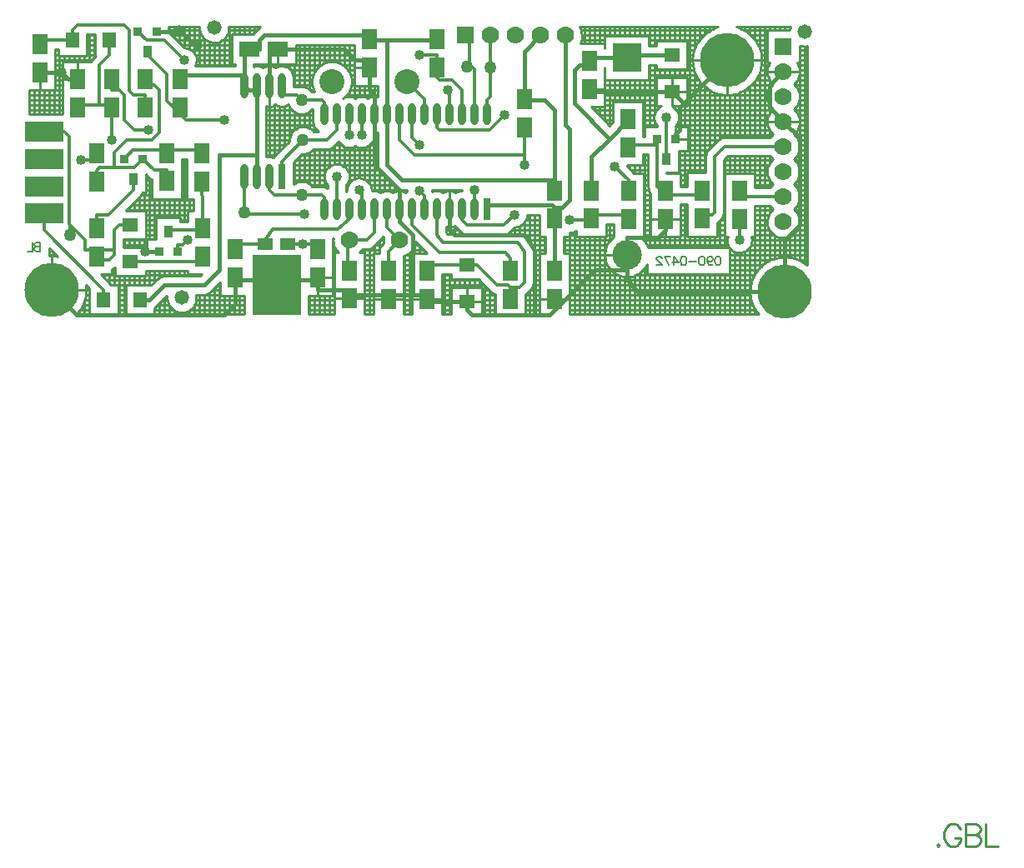
<source format=gbl>
%FSLAX23Y23*%
%MOIN*%
G70*
G01*
G75*
%ADD10C,0.010*%
%ADD11C,0.050*%
%ADD12R,0.157X0.079*%
%ADD13R,0.100X0.080*%
%ADD14C,0.012*%
%ADD15C,0.015*%
%ADD16C,0.008*%
%ADD17C,0.006*%
%ADD18C,0.009*%
%ADD19C,0.070*%
%ADD20R,0.070X0.070*%
%ADD21C,0.217*%
%ADD22C,0.217*%
%ADD23C,0.058*%
%ADD24C,0.100*%
%ADD25C,0.118*%
%ADD26R,0.118X0.118*%
%ADD27C,0.040*%
%ADD28R,0.083X0.060*%
%ADD29R,0.060X0.083*%
%ADD30R,0.157X0.079*%
%ADD31R,0.036X0.036*%
%ADD32R,0.036X0.050*%
%ADD33R,0.064X0.054*%
%ADD34R,0.060X0.083*%
%ADD35R,0.031X0.102*%
%ADD36O,0.031X0.102*%
%ADD37R,0.054X0.064*%
%ADD38O,0.031X0.087*%
%ADD39R,0.031X0.087*%
%ADD40R,0.197X0.244*%
%ADD41R,0.060X0.050*%
D10*
X10888Y8711D02*
X10898Y8709D01*
X10908Y8708D01*
X10918Y8709D01*
X10852Y8785D02*
X10850Y8772D01*
X10888Y8607D02*
X10888Y8616D01*
X10886Y8625D01*
X10883Y8634D01*
X10878Y8642D01*
X10865Y8557D02*
X10872Y8563D01*
X10878Y8571D01*
X10882Y8579D01*
X10886Y8588D01*
X10888Y8597D01*
X10888Y8607D01*
X10769Y8642D02*
X10764Y8633D01*
X10760Y8623D01*
X10759Y8612D01*
X10759Y8602D01*
X10760Y8592D01*
X10764Y8582D01*
X10768Y8572D01*
X10774Y8564D01*
X10782Y8557D01*
X10888Y8507D02*
X10888Y8516D01*
X10886Y8526D01*
X10882Y8534D01*
X10878Y8543D01*
X10872Y8550D01*
X10865Y8557D01*
Y8457D02*
X10872Y8463D01*
X10878Y8471D01*
X10882Y8479D01*
X10886Y8488D01*
X10888Y8497D01*
X10888Y8507D01*
X10782Y8557D02*
X10775Y8550D01*
X10768Y8541D01*
X10764Y8532D01*
X10760Y8522D01*
X10759Y8512D01*
Y8502D01*
X10760Y8491D01*
X10764Y8482D01*
X10768Y8472D01*
X10775Y8464D01*
X10782Y8457D01*
X10737Y8652D02*
X10736Y8662D01*
X10735Y8672D01*
X10734Y8681D01*
X10731Y8691D01*
X10728Y8700D01*
X10724Y8710D01*
X10720Y8718D01*
X10715Y8727D01*
X10709Y8735D01*
X10703Y8743D01*
X10696Y8750D01*
X10688Y8757D01*
X10681Y8763D01*
X10672Y8769D01*
X10664Y8774D01*
X10655Y8778D01*
X10646Y8782D01*
X10636Y8785D01*
X10561D02*
X10551Y8782D01*
X10542Y8778D01*
X10533Y8773D01*
X10524Y8768D01*
X10516Y8763D01*
X10508Y8756D01*
X10501Y8750D01*
X10494Y8742D01*
X10488Y8734D01*
X10482Y8726D01*
X10477Y8717D01*
X10472Y8708D01*
X10469Y8699D01*
X10465Y8689D01*
X10463Y8680D01*
X10461Y8670D01*
X10460Y8660D01*
X10460Y8650D01*
X10461Y8640D01*
X10462Y8630D01*
X10464Y8620D01*
X10467Y8610D01*
X10470Y8601D01*
X10474Y8592D01*
X10479Y8583D01*
X10484Y8574D01*
X10490Y8566D01*
X10497Y8558D01*
X10504Y8551D01*
X10511Y8545D01*
X10519Y8539D01*
X10528Y8533D01*
X10536Y8528D01*
X10546Y8524D01*
X10555Y8521D01*
X10565Y8518D01*
X10575Y8516D01*
X10584Y8514D01*
X10595Y8514D01*
X10605Y8514D01*
X10615Y8514D01*
X10625Y8516D01*
X10634Y8518D01*
X10644Y8521D01*
X10653Y8525D01*
X10662Y8529D01*
X10671Y8534D01*
X10679Y8540D01*
X10687Y8546D01*
X10695Y8553D01*
X10702Y8560D01*
X10708Y8568D01*
X10714Y8576D01*
X10719Y8584D01*
X10724Y8593D01*
X10728Y8603D01*
X10731Y8612D01*
X10733Y8622D01*
X10735Y8632D01*
X10736Y8642D01*
X10737Y8652D01*
X10888Y8407D02*
X10888Y8416D01*
X10886Y8426D01*
X10882Y8434D01*
X10878Y8443D01*
X10872Y8450D01*
X10865Y8457D01*
Y8357D02*
X10872Y8363D01*
X10878Y8371D01*
X10882Y8379D01*
X10886Y8388D01*
X10888Y8397D01*
X10888Y8407D01*
X10782Y8457D02*
X10775Y8450D01*
X10768Y8441D01*
X10764Y8432D01*
X10760Y8422D01*
X10759Y8412D01*
Y8402D01*
X10760Y8391D01*
X10764Y8382D01*
X10768Y8372D01*
X10775Y8364D01*
X10782Y8357D01*
X10888Y8307D02*
X10888Y8316D01*
X10886Y8326D01*
X10882Y8334D01*
X10878Y8343D01*
X10872Y8350D01*
X10865Y8357D01*
X10782D02*
X10775Y8350D01*
X10769Y8343D01*
X10865Y8257D02*
X10872Y8263D01*
X10878Y8271D01*
X10882Y8279D01*
X10886Y8288D01*
X10888Y8297D01*
X10888Y8307D01*
Y8207D02*
X10888Y8216D01*
X10886Y8226D01*
X10882Y8234D01*
X10878Y8243D01*
X10872Y8250D01*
X10865Y8257D01*
X10769Y8271D02*
X10775Y8263D01*
X10782Y8257D01*
X10865Y8157D02*
X10872Y8163D01*
X10878Y8171D01*
X10882Y8179D01*
X10886Y8188D01*
X10888Y8197D01*
X10888Y8207D01*
X10782Y8257D02*
X10775Y8250D01*
X10768Y8241D01*
X10764Y8232D01*
X10760Y8222D01*
X10759Y8212D01*
Y8202D01*
X10760Y8191D01*
X10764Y8182D01*
X10768Y8172D01*
X10775Y8164D01*
X10782Y8157D01*
X10775Y8150D01*
X10769Y8143D01*
X10588Y8343D02*
X10579Y8342D01*
X10570Y8338D01*
X10563Y8332D01*
X10588Y8343D02*
X10579Y8342D01*
X10570Y8338D01*
X10563Y8332D01*
X10523Y8292D02*
X10517Y8285D01*
X10514Y8276D01*
X10512Y8267D01*
X10523Y8292D02*
X10517Y8285D01*
X10514Y8276D01*
X10512Y8267D01*
X10011Y8721D02*
X10015Y8731D01*
X10018Y8741D01*
X10018Y8752D01*
X10017Y8763D01*
X10014Y8774D01*
X10009Y8785D01*
X10406Y8424D02*
X10406Y8433D01*
X10403Y8442D01*
X10399Y8450D01*
X10393Y8458D01*
X10386Y8464D01*
X10378Y8469D01*
X10392Y8389D02*
X10398Y8397D01*
X10403Y8405D01*
X10406Y8414D01*
X10406Y8424D01*
X10335Y8469D02*
X10326Y8463D01*
X10318Y8456D01*
X10312Y8447D01*
X10308Y8438D01*
X10307Y8427D01*
X10307Y8417D01*
X10309Y8407D01*
X10314Y8397D01*
X10320Y8389D01*
X10198Y8229D02*
X10198Y8232D01*
X10888Y8107D02*
X10888Y8116D01*
X10886Y8126D01*
X10882Y8134D01*
X10878Y8143D01*
X10872Y8150D01*
X10865Y8157D01*
Y8057D02*
X10872Y8063D01*
X10878Y8071D01*
X10882Y8079D01*
X10886Y8088D01*
X10888Y8097D01*
X10888Y8107D01*
X10769Y8071D02*
X10775Y8063D01*
X10782Y8057D01*
X10888Y8007D02*
X10888Y8016D01*
X10886Y8026D01*
X10882Y8034D01*
X10878Y8043D01*
X10872Y8050D01*
X10865Y8057D01*
X10782D02*
X10775Y8050D01*
X10769Y8042D01*
X10764Y8033D01*
X10761Y8023D01*
X10759Y8014D01*
X10759Y8004D01*
X10760Y7994D01*
X10763Y7984D01*
X10767Y7975D01*
X10772Y7967D01*
X10779Y7959D01*
X10787Y7953D01*
X10796Y7948D01*
X10805Y7944D01*
X10815Y7942D01*
X10825Y7942D01*
X10835Y7943D01*
X10845Y7945D01*
X10854Y7949D01*
X10862Y7955D01*
X10870Y7961D01*
X10876Y7969D01*
X10882Y7978D01*
X10885Y7987D01*
X10888Y7997D01*
X10888Y8007D01*
X10282Y8146D02*
X10284Y8137D01*
X10287Y8128D01*
X10292Y8121D01*
X10282Y8146D02*
X10284Y8137D01*
X10287Y8128D01*
X10292Y8121D01*
X10574Y8016D02*
X10580Y8024D01*
X10583Y8032D01*
X10584Y8042D01*
X10574Y8016D02*
X10580Y8024D01*
X10583Y8032D01*
X10584Y8042D01*
X10560Y8003D02*
X10564Y8006D01*
X10560Y8003D02*
X10564Y8006D01*
X10698Y7932D02*
X10696Y7946D01*
X10601D02*
X10599Y7935D01*
X10599Y7924D01*
X10602Y7914D01*
X10607Y7904D01*
X10609Y7901D01*
X10617Y7893D01*
X10625Y7888D01*
X10635Y7884D01*
X10645Y7882D01*
X10655Y7882D01*
X10665Y7885D01*
X10674Y7889D01*
X10683Y7895D01*
X10689Y7903D01*
X10694Y7912D01*
X10697Y7922D01*
X10698Y7932D01*
X10918Y7832D02*
X10911Y7838D01*
X10902Y7844D01*
X10894Y7849D01*
X10885Y7853D01*
X10875Y7857D01*
X10866Y7860D01*
X10856Y7862D01*
X10846Y7864D01*
X10836Y7865D01*
X10826Y7865D01*
X10816Y7864D01*
X10806Y7863D01*
X10796Y7861D01*
X10786Y7858D01*
X10777Y7855D01*
X10767Y7851D01*
X10759Y7846D01*
X10750Y7841D01*
X10742Y7835D01*
X10734Y7828D01*
X10727Y7821D01*
X10721Y7813D01*
X10715Y7805D01*
X10709Y7797D01*
X10704Y7788D01*
X10700Y7779D01*
X10697Y7769D01*
X10694Y7760D01*
X10692Y7750D01*
X10691Y7740D01*
X10690Y7730D01*
X10690Y7720D01*
X10691Y7709D01*
X10693Y7700D01*
X10695Y7690D01*
X10698Y7680D01*
X10702Y7671D01*
X10707Y7662D01*
X10712Y7653D01*
X10717Y7645D01*
X10724Y7637D01*
X9968Y7962D02*
X9978Y7963D01*
X9988Y7966D01*
X9996Y7970D01*
X10283Y7904D02*
X10278Y7914D01*
X10273Y7923D01*
X10267Y7932D01*
X10259Y7940D01*
X10251Y7946D01*
X10146D02*
X10139Y7940D01*
X10132Y7933D01*
X10126Y7925D01*
X10120Y7917D01*
X10116Y7908D01*
X10113Y7899D01*
X10111Y7889D01*
X10110Y7879D01*
X10110Y7869D01*
X10111Y7860D01*
X10113Y7850D01*
X10116Y7841D01*
X10120Y7832D01*
X10126Y7823D01*
X10132Y7816D01*
X10139Y7809D01*
X10146Y7802D01*
X10155Y7797D01*
X10163Y7793D01*
X10173Y7789D01*
X10182Y7787D01*
X10192Y7786D01*
X10202Y7785D01*
X10212Y7786D01*
X10222Y7788D01*
X10231Y7792D01*
X10240Y7796D01*
X10248Y7801D01*
X10256Y7807D01*
X10263Y7813D01*
X10270Y7821D01*
X10275Y7829D01*
X10280Y7838D01*
X9749Y7984D02*
X9759Y7985D01*
X9768Y7988D01*
X9777Y7993D01*
X9784Y7999D01*
X9790Y8006D01*
X9795Y8015D01*
X9798Y8024D01*
X9798Y8034D01*
X9718Y7958D02*
X9726Y7961D01*
X9732Y7966D01*
X9718Y7958D02*
X9726Y7961D01*
X9732Y7966D01*
X9539Y8134D02*
X9539Y8130D01*
X9530Y8129D01*
X9521Y8127D01*
X9513Y8123D01*
X9511Y7989D02*
X9513Y7986D01*
X9511Y7989D02*
X9513Y7986D01*
X9824Y7888D02*
X9823Y7899D01*
X9817Y7909D01*
X9824Y7888D02*
X9823Y7899D01*
X9817Y7909D01*
X9793Y7943D02*
X9785Y7951D01*
X9775Y7956D01*
X9763Y7958D01*
X9792Y7943D02*
X9785Y7951D01*
X9775Y7956D01*
X9763Y7958D01*
X9533Y7966D02*
X9539Y7961D01*
X9547Y7958D01*
X9533Y7966D02*
X9539Y7961D01*
X9547Y7958D01*
X9814Y7736D02*
X9820Y7744D01*
X9823Y7752D01*
X9824Y7762D01*
X9814Y7736D02*
X9820Y7744D01*
X9823Y7752D01*
X9824Y7762D01*
X9653Y7726D02*
X9662Y7720D01*
X9673Y7716D01*
X9653Y7726D02*
X9662Y7720D01*
X9673Y7716D01*
X9188Y8361D02*
X9201Y8363D01*
Y8506D02*
X9191Y8508D01*
X9182Y8508D01*
X9172Y8505D01*
X9163Y8501D01*
X9154Y8505D01*
X9144Y8508D01*
X9133D01*
X9123Y8505D01*
X9113Y8501D01*
X9063Y8501D02*
X9071Y8507D01*
X9078Y8513D01*
X9084Y8521D01*
X9089Y8529D01*
X9093Y8538D01*
X9096Y8548D01*
X9098Y8557D01*
X9098Y8567D01*
X9113Y8501D02*
X9104Y8505D01*
X9094Y8508D01*
X9083D01*
X9073Y8505D01*
X9063Y8501D01*
X8943Y8407D02*
X8944Y8398D01*
X8947Y8389D01*
X8951Y8381D01*
X8958Y8373D01*
X8965Y8368D01*
X8890Y8546D02*
X8878Y8548D01*
X8864Y8584D02*
X8863Y8594D01*
X8860Y8604D01*
X8855Y8612D01*
X8848Y8619D01*
X8840Y8625D01*
X8831Y8628D01*
X8822Y8630D01*
X8812Y8630D01*
X8802Y8627D01*
X8793Y8623D01*
X9098Y8567D02*
X9098Y8577D01*
X9096Y8587D01*
X9093Y8596D01*
X9089Y8605D01*
X9083Y8614D01*
X9077Y8622D01*
X9069Y8629D01*
X9061Y8634D01*
X9052Y8639D01*
X9043Y8643D01*
X9033Y8645D01*
X9023Y8647D01*
X9013Y8647D01*
X9003Y8645D01*
X8994Y8643D01*
X8984Y8639D01*
X8975Y8634D01*
X8967Y8628D01*
X8960Y8621D01*
X8954Y8614D01*
X8948Y8605D01*
X8944Y8596D01*
X8941Y8586D01*
X8939Y8576D01*
X8938Y8566D01*
X8939Y8556D01*
X8941Y8546D01*
X8944Y8537D01*
X8949Y8528D01*
X8940D02*
X8933Y8534D01*
X8926Y8540D01*
X8917Y8544D01*
X8908Y8546D01*
X8899Y8547D01*
X8890Y8546D01*
X8846Y8476D02*
X8850Y8467D01*
X8855Y8458D01*
X8861Y8451D01*
X8869Y8445D01*
X8878Y8441D01*
X8887Y8438D01*
X8897Y8437D01*
X8907Y8437D01*
X8916Y8440D01*
X8925Y8444D01*
X8933Y8449D01*
X8940Y8456D01*
X8945Y8368D02*
X8938Y8375D01*
X8930Y8380D01*
X8921Y8384D01*
X8911Y8386D01*
X8902Y8387D01*
X8892Y8386D01*
X8882Y8383D01*
X8874Y8378D01*
X8866Y8372D01*
X8859Y8365D01*
X8854Y8356D01*
X8851Y8347D01*
X8849Y8338D01*
X8849Y8328D01*
X8890Y8546D02*
X8878Y8548D01*
X9201Y8232D02*
X9202Y8222D01*
X9206Y8213D01*
X9212Y8205D01*
X9201Y8232D02*
X9202Y8222D01*
X9206Y8213D01*
X9212Y8205D01*
X9188Y8352D02*
X9188Y8361D01*
X9113Y8309D02*
X9123Y8304D01*
X9133Y8302D01*
X9144D01*
X9154Y8304D01*
X9163Y8309D01*
X9172Y8315D01*
X9179Y8322D01*
X9184Y8331D01*
X9187Y8341D01*
X9188Y8352D01*
X9074Y8152D02*
X9080Y8160D01*
X9085Y8168D01*
X9088Y8177D01*
X9088Y8187D01*
X9418Y8130D02*
X9418Y8134D01*
X9420Y8126D02*
X9418Y8130D01*
X9420Y8126D02*
X9418Y8130D01*
X9178Y8132D02*
X9177Y8142D01*
X9175Y8151D01*
X9170Y8160D01*
X9163Y8168D01*
X9156Y8174D01*
X9147Y8178D01*
X9137Y8181D01*
X9127Y8182D01*
X9117Y8181D01*
X9108Y8177D01*
X9099Y8172D01*
X9092Y8166D01*
X9086Y8158D01*
X9081Y8149D01*
X9079Y8139D01*
X9079Y8129D01*
X9272Y8145D02*
X9280Y8139D01*
X9289Y8136D01*
X9298Y8134D01*
X9272Y8145D02*
X9280Y8139D01*
X9289Y8136D01*
X9298Y8134D01*
X9045Y8327D02*
X9051Y8319D01*
X9058Y8312D01*
X9066Y8307D01*
X9075Y8304D01*
X9085Y8302D01*
X9095Y8302D01*
X9104Y8304D01*
X9113Y8309D01*
X8998Y8296D02*
X9008Y8297D01*
X9017Y8301D01*
X9024Y8306D01*
X8998Y8296D02*
X9008Y8297D01*
X9016Y8301D01*
X9024Y8306D01*
X8900Y8277D02*
X8910Y8277D01*
X8920Y8279D01*
X8929Y8283D01*
X8938Y8289D01*
X8945Y8296D01*
X9088Y8187D02*
X9088Y8197D01*
X9085Y8206D01*
X9080Y8214D01*
X9074Y8222D01*
X9066Y8228D01*
X9058Y8233D01*
X9049Y8236D01*
X9039Y8237D01*
X9029Y8236D01*
X9020Y8233D01*
X9011Y8229D01*
X9004Y8223D01*
X8997Y8215D01*
X8993Y8207D01*
X8990Y8197D01*
X8988Y8188D01*
X8989Y8178D01*
X8992Y8168D01*
X8996Y8160D01*
X9002Y8152D01*
X9079Y8129D02*
X9074Y8128D01*
X9002Y8139D02*
X8995Y8144D01*
X8987Y8147D01*
X8978Y8148D01*
X9002Y8139D02*
X8995Y8144D01*
X8987Y8147D01*
X8978Y8148D01*
X8940D02*
X8932Y8155D01*
X8924Y8161D01*
X8914Y8165D01*
X8904Y8167D01*
X8893Y8167D01*
X8883Y8165D01*
X8873Y8161D01*
X8864Y8155D01*
X8731Y8785D02*
X8722Y8778D01*
X8731Y8785D02*
X8722Y8778D01*
X8607Y8782D02*
X8607Y8785D01*
X8490D02*
X8490Y8775D01*
X8492Y8765D01*
X8495Y8756D01*
X8501Y8747D01*
X8507Y8740D01*
X8515Y8734D01*
X8523Y8729D01*
X8532Y8725D01*
X8542Y8723D01*
X8552Y8723D01*
X8562Y8724D01*
X8571Y8727D01*
X8580Y8732D01*
X8588Y8738D01*
X8595Y8745D01*
X8600Y8753D01*
X8604Y8762D01*
X8607Y8772D01*
X8607Y8782D01*
X8478Y8652D02*
X8478Y8661D01*
X8475Y8671D01*
X8470Y8679D01*
X8464Y8687D01*
X8457Y8693D01*
X8448Y8698D01*
X8439Y8701D01*
X8429Y8702D01*
X8473Y8630D02*
X8477Y8641D01*
X8478Y8652D01*
X8374Y8757D02*
X8366Y8763D01*
X8374Y8757D02*
X8366Y8763D01*
X8063Y8657D02*
X8056Y8646D01*
X8063Y8657D02*
X8056Y8646D01*
X8793Y8475D02*
X8803Y8470D01*
X8814Y8468D01*
X8824Y8468D01*
X8835Y8471D01*
X8844Y8476D01*
X8793Y8623D02*
X8784Y8627D01*
X8774Y8630D01*
X8763D01*
X8753Y8627D01*
X8743Y8623D01*
X8756Y8470D02*
X8766Y8468D01*
X8775Y8468D01*
X8785Y8471D01*
X8793Y8475D01*
X8743Y8623D02*
X8735Y8627D01*
X8725Y8630D01*
X8716Y8630D01*
X8706Y8628D01*
X8793Y8272D02*
X8789Y8268D01*
X8793Y8272D02*
X8789Y8268D01*
X8787Y8264D01*
X8789Y8268D02*
X8787Y8264D01*
X8773Y8268D01*
X8764Y8268D01*
X8756Y8266D01*
X8283Y8186D02*
X8290Y8181D01*
X8298Y8177D01*
X8283Y8186D02*
X8290Y8181D01*
X8298Y8177D01*
X9513Y8123D02*
X9504Y8127D01*
X9494Y8130D01*
X9483D01*
X9473Y8127D01*
X9463Y8123D01*
X9319Y8134D02*
X9319Y8126D01*
X9463Y8123D02*
X9456Y8127D01*
X9447Y8129D01*
X9438Y8130D01*
X9429Y8129D01*
X9420Y8126D01*
X9319Y8126D02*
X9313Y8123D01*
X9304Y8127D01*
X9294Y8130D01*
X9283D01*
X9273Y8127D01*
X9263Y8123D01*
X9474Y7986D02*
X9484Y7984D01*
X9493Y7984D01*
X9502Y7986D01*
X9511Y7989D01*
X9263Y8123D02*
X9254Y8127D01*
X9244Y8130D01*
X9233D01*
X9223Y8127D01*
X9213Y8123D01*
X9225Y7945D02*
X9224Y7936D01*
Y7928D01*
X9225Y7919D01*
X9214Y7936D02*
X9222Y7948D01*
X9214Y7936D02*
X9222Y7948D01*
X9304Y7869D02*
X9314Y7872D01*
X9323Y7877D01*
X9331Y7883D01*
X9338Y7890D01*
X9344Y7898D01*
X9348Y7907D01*
X9352Y7916D01*
X9353Y7926D01*
X9219Y7913D02*
X9213Y7906D01*
X9210Y7897D01*
X9208Y7888D01*
X9219Y7913D02*
X9213Y7906D01*
X9210Y7897D01*
X9208Y7888D01*
X9213Y8123D02*
X9205Y8127D01*
X9197Y8129D01*
X9187Y8130D01*
X9178Y8129D01*
X9158Y7896D02*
X9168Y7897D01*
X9177Y7901D01*
X9184Y7906D01*
X9158Y7896D02*
X9168Y7897D01*
X9176Y7901D01*
X9184Y7906D01*
X9024Y7941D02*
X9023Y7932D01*
X9024Y7922D01*
X9026Y7913D01*
X9030Y7904D01*
X9034Y7896D01*
X9040Y7889D01*
X9047Y7882D01*
X9130D02*
X9137Y7889D01*
X9143Y7896D01*
X8466Y8096D02*
X8467Y8094D01*
X8466Y8096D02*
X8467Y8094D01*
X8252Y8106D02*
X8257Y8113D01*
X8261Y8122D01*
X8252Y8106D02*
X8257Y8113D01*
X8261Y8122D01*
X8138Y7817D02*
X8151Y7824D01*
X8138Y7817D02*
X8151Y7824D01*
X7921Y7868D02*
X7911Y7870D01*
X7900Y7870D01*
X7889Y7870D01*
X8508Y7714D02*
X8518Y7716D01*
X8527Y7719D01*
X8535Y7725D01*
X8508Y7714D02*
X8518Y7716D01*
X8527Y7719D01*
X8535Y7725D01*
X8477Y7702D02*
X8476Y7714D01*
X8348Y7789D02*
X8339Y7788D01*
X8330Y7784D01*
X8322Y7778D01*
X8348Y7789D02*
X8339Y7788D01*
X8330Y7784D01*
X8322Y7778D01*
X8360Y7710D02*
X8360Y7700D01*
X8361Y7690D01*
X8364Y7680D01*
X8368Y7671D01*
X8374Y7663D01*
X8381Y7656D01*
X8390Y7650D01*
X8399Y7646D01*
X8409Y7644D01*
X8419Y7643D01*
X8429Y7644D01*
X8439Y7647D01*
X8448Y7651D01*
X8457Y7657D01*
X8464Y7664D01*
X8470Y7673D01*
X8474Y7682D01*
X8477Y7692D01*
X8477Y7702D01*
X8310Y7661D02*
X8315Y7665D01*
X8310Y7661D02*
X8315Y7665D01*
X8137Y7754D02*
X8133Y7758D01*
X8137Y7754D02*
X8133Y7758D01*
X8037Y7732D02*
X8036Y7743D01*
X8035Y7754D01*
X7999Y7637D02*
X8006Y7645D01*
X8012Y7653D01*
X8018Y7662D01*
X8023Y7671D01*
X8027Y7681D01*
X8030Y7691D01*
X8033Y7701D01*
X8035Y7711D01*
X8036Y7721D01*
X8037Y7732D01*
X10888Y8642D02*
Y8711D01*
Y8642D02*
Y8711D01*
X10758Y8772D02*
X10850D01*
X10888Y8692D02*
X10918D01*
X10888Y8672D02*
X10918D01*
X10888Y8652D02*
X10918D01*
X10888Y8612D02*
X10918D01*
X10878Y8642D02*
X10888D01*
X10883Y8632D02*
X10918D01*
X10848Y8772D02*
Y8785D01*
X10828Y8772D02*
Y8785D01*
X10808Y8772D02*
Y8785D01*
X10788Y8772D02*
Y8785D01*
X10768Y8772D02*
Y8785D01*
X10758Y8772D02*
X10850D01*
X10758Y8642D02*
Y8772D01*
Y8642D02*
X10769D01*
X10735Y8672D02*
X10758D01*
X10737Y8652D02*
X10758D01*
X10887Y8592D02*
X10918D01*
X10888Y8607D02*
Y8642D01*
Y8507D02*
Y8607D01*
X10878Y8572D02*
X10918D01*
X10883Y8532D02*
X10918D01*
X10888Y8512D02*
X10918D01*
X10887Y8492D02*
X10918D01*
X10870Y8552D02*
X10918D01*
X10878Y8472D02*
X10918D01*
X10823Y8607D02*
X10883D01*
X10763D02*
X10823D01*
X10768Y8541D02*
Y8572D01*
X10748Y8343D02*
Y8785D01*
X10868Y8554D02*
Y8560D01*
X10888Y8407D02*
Y8507D01*
X10694Y8752D02*
X10758D01*
X10711Y8732D02*
X10758D01*
X10723Y8712D02*
X10758D01*
X10636Y8785D02*
X10852D01*
X10667Y8772D02*
X10758D01*
X10735Y8632D02*
X10763D01*
X10731Y8692D02*
X10758D01*
X10731Y8612D02*
X10759D01*
X10598Y8652D02*
X10732D01*
X10723Y8592D02*
X10760D01*
X10708Y8736D02*
Y8785D01*
X10688Y8757D02*
Y8785D01*
X10728Y8699D02*
Y8785D01*
X10648Y8781D02*
Y8785D01*
X10668Y8771D02*
Y8785D01*
X10548Y8781D02*
Y8785D01*
X10528Y8771D02*
Y8785D01*
X10465Y8652D02*
X10598D01*
X10009Y8785D02*
X10561D01*
X10015Y8772D02*
X10530D01*
X10711Y8572D02*
X10769D01*
X10728Y8343D02*
Y8605D01*
X10708Y8343D02*
Y8568D01*
X10694Y8552D02*
X10777D01*
X10667Y8532D02*
X10763D01*
X10440Y8512D02*
X10759D01*
X10688Y8343D02*
Y8547D01*
X10440Y8492D02*
X10760D01*
X10440Y8472D02*
X10769D01*
X10668Y8343D02*
Y8533D01*
X10598Y8519D02*
Y8652D01*
X10648Y8343D02*
Y8523D01*
X10440Y8532D02*
X10530D01*
X10528Y8298D02*
Y8533D01*
X10628Y8343D02*
Y8517D01*
X10608Y8343D02*
Y8514D01*
X10588Y8343D02*
Y8514D01*
X10568Y8337D02*
Y8517D01*
X10548Y8318D02*
Y8523D01*
X10883Y8432D02*
X10918D01*
X10888Y8412D02*
X10918D01*
X10887Y8392D02*
X10918D01*
X10870Y8452D02*
X10918D01*
X10883Y8332D02*
X10918D01*
X10888Y8312D02*
X10918D01*
X10887Y8292D02*
X10918D01*
X10878Y8372D02*
X10918D01*
X10870Y8352D02*
X10918D01*
X10823Y8407D02*
X10883D01*
X10868Y8454D02*
Y8460D01*
X10888Y8307D02*
Y8407D01*
X10768Y8441D02*
Y8472D01*
X10868Y8354D02*
Y8360D01*
X10768Y8343D02*
Y8372D01*
X10763Y8407D02*
X10823D01*
X10878Y8272D02*
X10918D01*
X10870Y8252D02*
X10918D01*
X10888Y8207D02*
Y8307D01*
X10883Y8232D02*
X10918D01*
X10888Y8212D02*
X10918D01*
X10887Y8192D02*
X10918D01*
X10878Y8172D02*
X10918D01*
X10870Y8152D02*
X10918D01*
X10868Y8254D02*
Y8260D01*
X10768Y8241D02*
Y8271D01*
X10748Y8143D02*
Y8271D01*
X10728Y8143D02*
Y8271D01*
X10868Y8154D02*
Y8160D01*
X10768Y8143D02*
Y8172D01*
X10441Y8372D02*
X10769D01*
X10406Y8432D02*
X10763D01*
X10441Y8352D02*
X10777D01*
X10398Y8452D02*
X10777D01*
X10405Y8412D02*
X10759D01*
X10395Y8392D02*
X10760D01*
X10588Y8343D02*
X10769D01*
X10603Y8271D02*
X10769D01*
X10584Y8252D02*
X10603Y8271D01*
X10584Y8252D02*
X10777D01*
X10584Y8232D02*
X10763D01*
X10523Y8292D02*
X10563Y8332D01*
X10441Y8332D02*
X10563D01*
X10441Y8312D02*
X10543D01*
X10441Y8292D02*
X10523D01*
X10404Y8272D02*
X10513D01*
X10404Y8252D02*
X10512D01*
X10708Y8201D02*
Y8271D01*
X10688Y8201D02*
Y8271D01*
X10708Y8143D02*
Y8201D01*
X10584Y8212D02*
X10759D01*
X10588Y8201D02*
X10708D01*
Y8172D02*
X10769D01*
X10708Y8192D02*
X10760D01*
X10708Y8143D02*
Y8201D01*
Y8152D02*
X10777D01*
X10708Y8143D02*
X10769D01*
X10668Y8201D02*
Y8271D01*
X10648Y8201D02*
Y8271D01*
X10628Y8201D02*
Y8271D01*
X10608Y8201D02*
Y8271D01*
X10588Y8201D02*
Y8256D01*
X10584Y8192D02*
X10588D01*
X10584Y8172D02*
X10588D01*
X10584Y8152D02*
X10588D01*
X10404Y8232D02*
X10512D01*
X10404Y8212D02*
X10512D01*
X10508Y8757D02*
Y8785D01*
X10488Y8736D02*
Y8785D01*
X10468Y8699D02*
Y8785D01*
X10287Y8732D02*
X10486D01*
X10428Y8729D02*
Y8785D01*
X10408Y8729D02*
Y8785D01*
X10440Y8712D02*
X10474D01*
X10440Y8692D02*
X10466D01*
X10440Y8672D02*
X10462D01*
X10316Y8729D02*
X10440D01*
Y8652D02*
X10460D01*
X10388Y8729D02*
Y8785D01*
X10368Y8729D02*
Y8785D01*
X10348Y8729D02*
Y8785D01*
X10328Y8729D02*
Y8785D01*
X10308Y8709D02*
Y8785D01*
X10316Y8709D02*
Y8729D01*
X10288Y8709D02*
Y8785D01*
X10287Y8709D02*
Y8751D01*
Y8712D02*
X10316D01*
X10287Y8709D02*
X10316D01*
X10440Y8632D02*
X10462D01*
X10440Y8615D02*
Y8729D01*
X10448Y8202D02*
Y8785D01*
X10316Y8615D02*
X10440D01*
X10428Y8583D02*
Y8615D01*
X10488Y8202D02*
Y8568D01*
X10440Y8469D02*
Y8583D01*
X10468Y8202D02*
Y8605D01*
X10316Y8583D02*
X10440D01*
Y8572D02*
X10486D01*
X10408Y8583D02*
Y8615D01*
X10316D02*
Y8634D01*
X10388Y8583D02*
Y8615D01*
X10308Y8438D02*
Y8634D01*
X10288Y8385D02*
Y8634D01*
X10368Y8583D02*
Y8615D01*
X10348Y8583D02*
Y8615D01*
X10378Y8526D02*
Y8578D01*
X10328Y8583D02*
Y8615D01*
X10316Y8469D02*
Y8583D01*
X10268Y8751D02*
Y8785D01*
X10248Y8751D02*
Y8785D01*
X10228Y8751D02*
Y8785D01*
X10208Y8751D02*
Y8785D01*
X10188Y8751D02*
Y8785D01*
X10168Y8751D02*
Y8785D01*
X10148Y8751D02*
Y8785D01*
X10128Y8751D02*
Y8785D01*
X10109Y8751D02*
X10287D01*
X10018Y8752D02*
X10503D01*
X10015Y8732D02*
X10109D01*
X10108Y8721D02*
Y8785D01*
X10088Y8721D02*
Y8785D01*
X10068Y8721D02*
Y8785D01*
X10048Y8721D02*
Y8785D01*
X10028Y8721D02*
Y8785D01*
X10109Y8699D02*
Y8751D01*
X10108Y8699D02*
Y8721D01*
X10011D02*
X10108D01*
X10287Y8634D02*
X10316D01*
X10287Y8632D02*
X10316D01*
X10287Y8573D02*
Y8634D01*
Y8612D02*
X10466D01*
X10287Y8592D02*
X10474D01*
X10248Y8487D02*
Y8573D01*
X10228Y8487D02*
Y8573D01*
X10268Y8348D02*
Y8573D01*
X10108Y8572D02*
X10316D01*
X10109Y8573D02*
X10287D01*
X10108Y8609D02*
Y8624D01*
Y8579D02*
Y8609D01*
X10109Y8573D02*
Y8624D01*
X10108Y8579D02*
Y8609D01*
Y8466D02*
Y8579D01*
X10208Y8487D02*
Y8573D01*
X10188Y8487D02*
Y8573D01*
X10168Y8487D02*
Y8573D01*
X10148Y8487D02*
Y8573D01*
X10128Y8393D02*
Y8573D01*
X10440Y8552D02*
X10503D01*
X10428Y8385D02*
Y8469D01*
X10408Y8385D02*
Y8469D01*
X10378D02*
X10440D01*
X10378Y8526D02*
X10435D01*
X10392Y8385D02*
Y8389D01*
Y8385D02*
X10441D01*
X10393Y8337D02*
Y8380D01*
Y8337D02*
X10436D01*
X10321Y8526D02*
X10378D01*
Y8474D02*
Y8526D01*
X10388Y8462D02*
Y8469D01*
X10316D02*
X10335D01*
X10328Y8465D02*
Y8469D01*
X10320Y8385D02*
Y8389D01*
X10308Y8385D02*
Y8410D01*
X10270Y8385D02*
X10320D01*
X10270Y8348D02*
Y8385D01*
X10512Y8202D02*
Y8267D01*
X10441Y8289D02*
Y8385D01*
X10508Y8202D02*
Y8547D01*
X10404Y8289D02*
X10441D01*
X10440Y8202D02*
X10512D01*
X10412Y8192D02*
X10440D01*
X10412Y8172D02*
X10440D01*
Y8148D02*
Y8202D01*
X10412Y8152D02*
X10440D01*
X10412Y8148D02*
X10440D01*
X10408Y8201D02*
Y8289D01*
X10404Y8202D02*
Y8289D01*
X10428Y8148D02*
Y8289D01*
X10354Y8202D02*
X10404D01*
X10282Y8146D02*
Y8276D01*
X10354Y8201D02*
X10412D01*
X10264Y8192D02*
X10282D01*
X10412Y8148D02*
Y8201D01*
X10264Y8172D02*
X10282D01*
X10264Y8152D02*
X10282D01*
X10108Y8552D02*
X10316D01*
X10143Y8487D02*
X10263D01*
Y8472D02*
X10316D01*
X10108Y8532D02*
X10316D01*
X10108Y8512D02*
X10316D01*
X10108Y8492D02*
X10316D01*
X10263Y8452D02*
X10315D01*
X10263Y8432D02*
X10307D01*
X10263Y8412D02*
X10308D01*
X10108Y8472D02*
X10143D01*
X10263Y8392D02*
X10318D01*
X10108Y8413D02*
Y8466D01*
X10088Y8433D02*
Y8466D01*
X10143Y8405D02*
Y8487D01*
X10048Y8538D02*
X10103D01*
X10055Y8466D02*
X10108D01*
X10090Y8432D02*
X10143D01*
X10110Y8412D02*
X10143D01*
X10130Y8391D02*
X10143Y8405D01*
X10068Y8453D02*
Y8466D01*
X10070Y8452D02*
X10143D01*
X10263Y8372D02*
X10270D01*
X10263Y8375D02*
Y8487D01*
Y8348D02*
Y8375D01*
Y8352D02*
X10270D01*
X10263Y8348D02*
X10270D01*
X10263Y8276D02*
X10282D01*
X10263Y8272D02*
X10282D01*
X10263Y8252D02*
X10282D01*
X10198Y8232D02*
X10282D01*
X10215Y8212D02*
X10282D01*
X10263Y8348D02*
Y8375D01*
Y8232D02*
Y8276D01*
X10248Y8201D02*
Y8232D01*
X10055Y8466D02*
X10130Y8391D01*
X10198Y8232D02*
X10263D01*
X10228Y8201D02*
Y8232D01*
X10208Y8219D02*
Y8232D01*
X10226Y8201D02*
X10264D01*
X10198Y8229D02*
X10226Y8201D01*
X10888Y8112D02*
X10918D01*
X10888Y8107D02*
Y8207D01*
X10887Y8092D02*
X10918D01*
X10883Y8132D02*
X10918D01*
X10878Y8072D02*
X10918D01*
X10868Y8054D02*
Y8060D01*
X10870Y8052D02*
X10918D01*
X10708D02*
X10777D01*
X10588Y8089D02*
Y8201D01*
Y8059D02*
Y8089D01*
X10584Y8042D02*
Y8252D01*
Y8132D02*
X10588D01*
X10584Y8112D02*
X10588D01*
X10708Y8071D02*
X10769D01*
X10708Y8059D02*
Y8071D01*
X10768Y8041D02*
Y8071D01*
X10708Y8059D02*
Y8071D01*
X10588Y8059D02*
Y8089D01*
X10908Y7840D02*
Y8708D01*
X10888Y8007D02*
Y8107D01*
X10918Y7832D02*
Y8709D01*
X10888Y8012D02*
X10918D01*
X10887Y7992D02*
X10918D01*
X10888Y7851D02*
Y8007D01*
X10883Y8032D02*
X10918D01*
X10878Y7972D02*
X10918D01*
X10748Y7840D02*
Y8071D01*
X10708Y7946D02*
Y8071D01*
X10728Y7822D02*
Y8071D01*
X10708Y7946D02*
Y8059D01*
X10588Y7946D02*
Y8201D01*
X10708Y8032D02*
X10763D01*
X10708Y8012D02*
X10759D01*
X10708Y7992D02*
X10760D01*
X10708Y7972D02*
X10769D01*
X10588Y7946D02*
Y8059D01*
X10584Y8092D02*
X10588D01*
X10584Y8072D02*
X10588D01*
X10440Y8060D02*
Y8076D01*
X10412D02*
X10440D01*
Y8060D02*
Y8076D01*
X10412Y8059D02*
Y8076D01*
X10584Y8052D02*
X10588D01*
X10412Y8072D02*
X10440D01*
X10583Y8032D02*
X10588D01*
X10412Y8052D02*
X10440D01*
X10412Y8032D02*
X10440D01*
X10292Y8089D02*
Y8121D01*
X10264Y8112D02*
X10292D01*
X10264Y8092D02*
X10292D01*
X10412Y8059D02*
Y8076D01*
X10292Y8059D02*
Y8089D01*
Y8059D02*
Y8089D01*
X10264Y8072D02*
X10292D01*
X10264Y8052D02*
X10292D01*
X10569Y8012D02*
X10588D01*
X10564Y8006D02*
X10574Y8016D01*
X10568Y7904D02*
Y8011D01*
X10560Y7947D02*
Y8003D01*
X10412Y8012D02*
X10440D01*
X10560Y7992D02*
X10588D01*
X10440Y7947D02*
Y8060D01*
X10412Y7946D02*
Y8059D01*
X10428Y7904D02*
Y8076D01*
X10264Y8032D02*
X10292D01*
X10352Y8018D02*
X10407D01*
X10412Y7992D02*
X10440D01*
X10297Y8018D02*
X10352D01*
Y7951D02*
Y8018D01*
X10264Y8012D02*
X10292D01*
X10264Y7992D02*
X10292D01*
X10858Y7952D02*
X10918D01*
X10848Y7864D02*
Y7947D01*
X10868Y7859D02*
Y7960D01*
X10708Y7952D02*
X10789D01*
X10696Y7946D02*
X10708D01*
X10808Y7864D02*
Y7944D01*
X10698Y7932D02*
X10918D01*
X10694Y7912D02*
X10918D01*
X10828Y7865D02*
Y7942D01*
X10678Y7892D02*
X10918D01*
X10609Y7872D02*
X10918D01*
X10588Y7946D02*
X10601D01*
X10560Y7972D02*
X10588D01*
X10560Y7952D02*
X10588D01*
X10609Y7892D02*
X10618D01*
X10588Y7904D02*
Y7946D01*
X10548Y7904D02*
Y7947D01*
X10788Y7859D02*
Y7952D01*
X10768Y7851D02*
Y7972D01*
X10828Y7727D02*
Y7860D01*
X10708Y7795D02*
Y7946D01*
X10888Y7852D02*
X10918D01*
X10609D02*
X10769D01*
X10695Y7727D02*
X10828D01*
X10609Y7832D02*
X10739D01*
X10609Y7812D02*
X10719D01*
X10688Y7637D02*
Y7902D01*
X10668Y7637D02*
Y7886D01*
X10648Y7637D02*
Y7882D01*
X10609Y7796D02*
Y7901D01*
X10628Y7637D02*
Y7886D01*
X10708Y7637D02*
Y7658D01*
X10608Y7637D02*
Y7796D01*
X10588Y7637D02*
Y7796D01*
X10568Y7637D02*
Y7796D01*
X10548Y7637D02*
Y7796D01*
X10528Y7904D02*
Y7947D01*
X10508Y7904D02*
Y7947D01*
X10488Y7904D02*
Y7947D01*
X10440D02*
X10560D01*
X10468Y7904D02*
Y7947D01*
X10448Y7904D02*
Y7947D01*
X10283Y7904D02*
X10607D01*
X10279Y7912D02*
X10603D01*
X10280Y7796D02*
X10609D01*
X10267Y7932D02*
X10598D01*
X10232Y7792D02*
X10706D01*
X10412Y7972D02*
X10440D01*
X10412Y7952D02*
X10440D01*
X10408Y7904D02*
Y7946D01*
X10264Y7972D02*
X10292D01*
Y7946D02*
X10412D01*
X10388Y7904D02*
Y7946D01*
X10368Y7904D02*
Y7946D01*
X10348Y7904D02*
Y7946D01*
X10328Y7904D02*
Y7946D01*
X10308Y7904D02*
Y7946D01*
X9968Y7772D02*
X10698D01*
X10528Y7637D02*
Y7796D01*
X10508Y7637D02*
Y7796D01*
X9968Y7752D02*
X10693D01*
X9968Y7732D02*
X10690D01*
X9968Y7692D02*
X10695D01*
X9968Y7712D02*
X10691D01*
X9968Y7672D02*
X10702D01*
X9968Y7652D02*
X10712D01*
X9968Y7637D02*
X10724D01*
X10488D02*
Y7796D01*
X10468Y7637D02*
Y7796D01*
X10448Y7637D02*
Y7796D01*
X10428Y7637D02*
Y7796D01*
X10408Y7637D02*
Y7796D01*
X10388Y7637D02*
Y7796D01*
X10368Y7637D02*
Y7796D01*
X10348Y7637D02*
Y7796D01*
X10328Y7637D02*
Y7796D01*
X10308Y7637D02*
Y7796D01*
X10264Y8132D02*
X10285D01*
X10264Y8089D02*
Y8201D01*
X10292Y7946D02*
Y8059D01*
X10264Y8059D02*
Y8089D01*
Y8059D02*
Y8089D01*
Y7946D02*
Y8059D01*
Y7952D02*
X10292D01*
X10116Y7996D02*
X10144D01*
X10251Y7946D02*
X10264D01*
X10116Y7992D02*
X10144D01*
X10116Y7972D02*
X10144D01*
Y7946D02*
Y7996D01*
X10116Y7947D02*
Y7996D01*
X9996Y7947D02*
Y7970D01*
X9968Y7947D02*
Y7962D01*
X10116Y7952D02*
X10144D01*
X9996Y7947D02*
X10116D01*
X9968D02*
Y7962D01*
Y7952D02*
X9996D01*
X9946Y7947D02*
X9968D01*
X10288Y7904D02*
Y8126D01*
X10268Y7929D02*
Y8276D01*
X10128Y7929D02*
Y7996D01*
X10108Y7637D02*
Y7947D01*
X10088Y7637D02*
Y7947D01*
X10068Y7637D02*
Y7947D01*
X9946Y7932D02*
X10130D01*
X9946Y7912D02*
X10118D01*
X10048Y7637D02*
Y7947D01*
X10028Y7637D02*
Y7947D01*
X10008Y7637D02*
Y7947D01*
X9848D02*
Y8034D01*
X9988Y7637D02*
Y7966D01*
X9968Y7881D02*
Y7947D01*
X9948Y7881D02*
Y7947D01*
X9946Y7881D02*
Y7947D01*
X9871Y7881D02*
Y7947D01*
X9868Y7881D02*
Y7947D01*
X9798Y8034D02*
X9848D01*
X9798Y8032D02*
X9848D01*
X9793Y8012D02*
X9848D01*
X9776Y7992D02*
X9848D01*
X9768Y7957D02*
Y7988D01*
X9737Y7972D02*
X9848D01*
X9732Y7966D02*
X9749Y7984D01*
X9748Y7958D02*
Y7983D01*
X9528Y8129D02*
Y8134D01*
X9508Y8126D02*
Y8134D01*
X9488Y8057D02*
Y8125D01*
X9513Y7986D02*
X9533Y7966D01*
X9728Y7958D02*
Y7963D01*
X9488Y7988D02*
Y8057D01*
X9848Y7947D02*
X9871D01*
X9848D02*
Y8034D01*
Y7881D02*
Y7947D01*
X9783Y7952D02*
X9848D01*
X9828Y7637D02*
Y8034D01*
X9816Y7912D02*
X9871D01*
X9801Y7932D02*
X9871D01*
X9793Y7943D02*
X9817Y7909D01*
X9788Y7948D02*
Y8004D01*
X9528Y7958D02*
Y7971D01*
X9808Y7921D02*
Y8034D01*
X9508Y7958D02*
Y7988D01*
X9488Y7958D02*
Y7983D01*
X9718Y7958D02*
X9763D01*
X10280Y7796D02*
Y7838D01*
X10114Y7874D02*
X10198D01*
Y7790D02*
Y7874D01*
X9946Y7892D02*
X10111D01*
X9968Y7872D02*
X10110D01*
X9968Y7852D02*
X10112D01*
X10277Y7832D02*
X10280D01*
X9968D02*
X10120D01*
X10262Y7812D02*
X10280D01*
X9968D02*
X10135D01*
X9968Y7792D02*
X10165D01*
X9946Y7881D02*
X9968D01*
X9848D02*
X9871D01*
X9968Y7769D02*
Y7881D01*
X9824Y7892D02*
X9871D01*
X9848Y7769D02*
Y7881D01*
X9824Y7872D02*
X9848D01*
X9824Y7852D02*
X9848D01*
X9824Y7832D02*
X9848D01*
X9824Y7812D02*
X9848D01*
X9824Y7792D02*
X9848D01*
X10288Y7637D02*
Y7796D01*
X10268Y7637D02*
Y7819D01*
X10248Y7637D02*
Y7801D01*
X10148Y7637D02*
Y7801D01*
X10128Y7637D02*
Y7819D01*
X10228Y7637D02*
Y7791D01*
X10208Y7637D02*
Y7786D01*
X10188Y7637D02*
Y7786D01*
X9968Y7739D02*
Y7769D01*
X10168Y7637D02*
Y7791D01*
X9968Y7739D02*
Y7769D01*
Y7637D02*
Y7881D01*
X9848Y7637D02*
Y7881D01*
X9824Y7762D02*
Y7888D01*
X9848Y7739D02*
Y7769D01*
X9908Y7698D02*
X9963D01*
X9853D02*
X9908D01*
X9968Y7637D02*
Y7739D01*
X9848D02*
Y7769D01*
Y7637D02*
Y7739D01*
X9824Y7772D02*
X9848D01*
X9823Y7752D02*
X9848D01*
X9605Y7775D02*
X9653Y7726D01*
X9794Y7716D02*
X9814Y7736D01*
X9809Y7732D02*
X9848D01*
X9793Y7712D02*
X9848D01*
X9620D02*
X9673D01*
X9588Y7743D02*
Y7775D01*
X9568Y7743D02*
Y7775D01*
X9548Y7743D02*
Y7775D01*
X9496D02*
Y7796D01*
Y7775D02*
X9605D01*
X9608Y7743D02*
Y7771D01*
X9528Y7743D02*
Y7775D01*
X9620Y7732D02*
X9648D01*
X9508Y7743D02*
Y7775D01*
X9496Y7743D02*
X9620D01*
X9793Y7692D02*
X9848D01*
X9808Y7637D02*
Y7731D01*
X9793Y7637D02*
Y7716D01*
X9620Y7692D02*
X9673D01*
Y7637D02*
Y7716D01*
X9793Y7672D02*
X9848D01*
X9793Y7652D02*
X9848D01*
X9793Y7637D02*
X9848D01*
X9620Y7672D02*
X9673D01*
X9620Y7652D02*
X9673D01*
X9628Y7637D02*
Y7751D01*
X9558Y7686D02*
Y7738D01*
X9620Y7637D02*
Y7743D01*
X9496Y7637D02*
Y7743D01*
X9488Y7637D02*
Y7796D01*
X9668Y7637D02*
Y7717D01*
X9648Y7637D02*
Y7731D01*
X9620Y7637D02*
X9673D01*
X9558Y7686D02*
X9615D01*
X9501D02*
X9558D01*
X9113Y8623D02*
X9168D01*
X9108Y8694D02*
Y8714D01*
Y8551D02*
Y8714D01*
Y8664D02*
Y8694D01*
Y8664D02*
Y8694D01*
X9065Y8632D02*
X9108D01*
X9168Y8556D02*
Y8623D01*
X9098Y8572D02*
X9108D01*
Y8551D02*
X9201D01*
X9085Y8612D02*
X9108D01*
X9094Y8592D02*
X9108D01*
X9068Y8629D02*
Y8714D01*
X9048Y8641D02*
Y8714D01*
X9088Y8606D02*
Y8714D01*
X9028Y8646D02*
Y8714D01*
X9008Y8646D02*
Y8714D01*
X9108Y8551D02*
Y8664D01*
X8988Y8641D02*
Y8714D01*
X9097Y8552D02*
X9108D01*
X8968Y8629D02*
Y8714D01*
X8948Y8606D02*
Y8714D01*
X9201Y8506D02*
Y8551D01*
X9188Y8508D02*
Y8551D01*
X9168Y8503D02*
Y8551D01*
X9090Y8532D02*
X9201D01*
X9077Y8512D02*
X9201D01*
X9148Y8507D02*
Y8551D01*
X9188Y8435D02*
Y8503D01*
Y8366D02*
Y8435D01*
X9128Y8507D02*
Y8551D01*
X9088Y8508D02*
Y8528D01*
X9108Y8503D02*
Y8551D01*
X8940Y8528D02*
X8949D01*
X8943Y8407D02*
Y8456D01*
X8948Y8368D02*
Y8385D01*
X8945Y8368D02*
X8965D01*
X8874Y8714D02*
X9108D01*
X8874Y8712D02*
X9108D01*
X8908Y8546D02*
Y8714D01*
X8874Y8692D02*
X9108D01*
X8874Y8672D02*
X9108D01*
X8874Y8652D02*
X9108D01*
X8864Y8592D02*
X8943D01*
X8864Y8572D02*
X8939D01*
X8864Y8552D02*
X8940D01*
X8706Y8632D02*
X8972D01*
X8855Y8612D02*
X8952D01*
X8874Y8637D02*
Y8714D01*
X8868Y8548D02*
Y8637D01*
X8888Y8546D02*
Y8714D01*
X8803Y8697D02*
X8869D01*
X8762Y8637D02*
X8874D01*
X8864Y8548D02*
X8878D01*
X8864D02*
Y8584D01*
X8848Y8619D02*
Y8637D01*
X8936Y8532D02*
X8947D01*
X8936Y8452D02*
X8943D01*
X8941Y8372D02*
X8960D01*
X8756Y8432D02*
X8943D01*
X8756Y8412D02*
X8943D01*
X8756Y8392D02*
X8945D01*
X8928Y8538D02*
Y8714D01*
X8848Y8332D02*
Y8469D01*
X8837Y8472D02*
X8847D01*
X8756Y8452D02*
X8861D01*
X8908Y8387D02*
Y8438D01*
X8888Y8385D02*
Y8438D01*
X8928Y8381D02*
Y8446D01*
X8868Y8374D02*
Y8446D01*
X8756Y8372D02*
X8866D01*
X9201Y8232D02*
Y8363D01*
X9188Y8352D02*
Y8361D01*
Y8352D02*
X9201D01*
X9184Y8332D02*
X9201D01*
X9168Y8312D02*
X9201D01*
X9158Y8172D02*
X9245D01*
X9174Y8152D02*
X9265D01*
X9082Y8212D02*
X9207D01*
X9088Y8192D02*
X9225D01*
X9148Y8178D02*
Y8303D01*
X9168Y8162D02*
Y8312D01*
X9108Y8178D02*
Y8306D01*
X9128Y8182D02*
Y8303D01*
X9088Y8187D02*
Y8302D01*
Y8162D02*
Y8187D01*
X9086Y8172D02*
X9098D01*
X9488Y8130D02*
Y8134D01*
X9448Y8129D02*
Y8134D01*
X9468Y8126D02*
Y8134D01*
X9418D02*
X9539D01*
X9418Y8132D02*
X9538D01*
X9428Y8129D02*
Y8134D01*
X9298D02*
X9319D01*
X9212Y8205D02*
X9272Y8145D01*
X9248Y8129D02*
Y8169D01*
X9228Y8129D02*
Y8189D01*
X9188Y8130D02*
Y8352D01*
X9288Y8130D02*
Y8136D01*
X9074Y8152D02*
X9083D01*
X9178Y8132D02*
X9319D01*
X9048Y8236D02*
Y8322D01*
X9068Y8227D02*
Y8306D01*
X9029Y8312D02*
X9058D01*
X9024Y8306D02*
X9045Y8327D01*
X9028Y8236D02*
Y8311D01*
X8941Y8292D02*
X9201D01*
X9060Y8232D02*
X9201D01*
X8894Y8272D02*
X9201D01*
X8874Y8252D02*
X9201D01*
X8945Y8296D02*
X8998D01*
X9008Y8227D02*
Y8297D01*
X8756Y8352D02*
X8852D01*
X8756Y8332D02*
X8848D01*
X8864Y8242D02*
X8900Y8277D01*
X8864Y8232D02*
X9017D01*
X8864Y8212D02*
X8995D01*
X8864Y8192D02*
X8989D01*
X8988Y8187D02*
Y8296D01*
X9074Y8128D02*
Y8152D01*
X8864Y8172D02*
X8991D01*
X8936Y8152D02*
X9002D01*
X9074Y8132D02*
X9078D01*
X9002Y8139D02*
Y8152D01*
X8968Y8148D02*
Y8296D01*
X8928Y8158D02*
Y8283D01*
X8948Y8148D02*
Y8296D01*
X8908Y8166D02*
Y8277D01*
X8888Y8166D02*
Y8266D01*
X8940Y8148D02*
X8978D01*
X8868Y8158D02*
Y8246D01*
X8988Y8146D02*
Y8187D01*
X8864Y8155D02*
Y8242D01*
X8708Y8765D02*
Y8785D01*
X8607D02*
X8731D01*
X8688Y8757D02*
Y8785D01*
X8668Y8757D02*
Y8785D01*
X8702Y8758D02*
X8722Y8778D01*
X8648Y8757D02*
Y8785D01*
X8628Y8757D02*
Y8785D01*
X8607Y8772D02*
X8715D01*
X8619Y8757D02*
X8701D01*
X8448Y8698D02*
Y8785D01*
X8408Y8723D02*
Y8785D01*
X8428Y8703D02*
Y8785D01*
X8599Y8752D02*
X8619D01*
X8580Y8732D02*
X8619D01*
X8419Y8712D02*
X8619D01*
X8388Y8743D02*
Y8785D01*
X8399Y8732D02*
X8517D01*
X8803Y8642D02*
Y8697D01*
X8478Y8652D02*
X8619D01*
Y8637D02*
Y8757D01*
X8458Y8692D02*
X8619D01*
X8474Y8672D02*
X8619D01*
X8828Y8629D02*
Y8637D01*
X8808Y8629D02*
Y8637D01*
X8788Y8626D02*
Y8637D01*
X8731D02*
X8762D01*
X8768Y8630D02*
Y8637D01*
X8608Y8629D02*
Y8785D01*
X8588Y8629D02*
Y8738D01*
X8508Y8629D02*
Y8738D01*
X8468Y8682D02*
Y8785D01*
X8488Y8629D02*
Y8785D01*
X8568Y8629D02*
Y8726D01*
X8548Y8629D02*
Y8723D01*
X8528Y8629D02*
Y8726D01*
X8366Y8785D02*
X8490D01*
X8368Y8762D02*
Y8785D01*
X8366Y8763D02*
Y8785D01*
Y8772D02*
X8490D01*
X8379Y8752D02*
X8498D01*
X8374Y8757D02*
X8429Y8702D01*
X8071Y8670D02*
X8076D01*
X8039Y8756D02*
X8071D01*
X8039Y8752D02*
X8071D01*
X8039Y8732D02*
X8071D01*
Y8670D02*
Y8756D01*
X8039Y8670D02*
Y8756D01*
Y8712D02*
X8071D01*
X7913Y8696D02*
X7925D01*
X8039Y8692D02*
X8071D01*
X8039Y8672D02*
X8071D01*
X7925Y8670D02*
Y8696D01*
X7913Y8692D02*
X7925D01*
X7913Y8675D02*
Y8696D01*
X8063Y8657D02*
X8076Y8670D01*
X8068Y8663D02*
Y8756D01*
X8048Y8646D02*
Y8756D01*
X7925Y8670D02*
X8039D01*
X8028Y8646D02*
Y8670D01*
X8008Y8646D02*
Y8670D01*
X7913Y8652D02*
X8059D01*
X7943Y8646D02*
X8056D01*
X7988D02*
Y8670D01*
X7968Y8646D02*
Y8670D01*
X7913Y8645D02*
Y8675D01*
Y8672D02*
X7925D01*
X7913Y8645D02*
Y8675D01*
X8003Y8575D02*
Y8641D01*
X7948Y8646D02*
Y8670D01*
X7943Y8534D02*
Y8646D01*
X7913Y8532D02*
Y8645D01*
X7928Y8437D02*
Y8670D01*
X8768Y8549D02*
Y8625D01*
Y8473D02*
Y8549D01*
X8731Y8637D02*
X8762D01*
X8748Y8626D02*
Y8637D01*
X8848Y8328D02*
Y8332D01*
X8787Y8472D02*
X8800D01*
X8828Y8308D02*
Y8469D01*
X8756Y8312D02*
X8833D01*
X8706Y8637D02*
X8731D01*
X8728Y8629D02*
Y8637D01*
X8708Y8629D02*
Y8637D01*
X8619D02*
X8631D01*
X8706Y8628D02*
Y8637D01*
X8631Y8629D02*
Y8637D01*
X8628Y8629D02*
Y8637D01*
X8474Y8632D02*
X8631D01*
X8473Y8629D02*
X8631D01*
X8793Y8272D02*
X8849Y8328D01*
X8808Y8288D02*
Y8469D01*
X8788Y8268D02*
Y8472D01*
X8756Y8292D02*
X8813D01*
X8756Y8272D02*
X8793D01*
X8773Y8268D02*
X8789D01*
X8768D02*
Y8468D01*
X8756Y8272D02*
Y8470D01*
Y8266D02*
Y8272D01*
X8438Y8239D02*
Y8256D01*
Y8209D02*
Y8239D01*
Y8209D02*
Y8239D01*
X8418Y8256D02*
X8438D01*
X8418Y8240D02*
Y8256D01*
X7913Y8632D02*
X7943D01*
X7913Y8612D02*
X7943D01*
X7948Y8575D02*
X8003D01*
X7913Y8592D02*
X7943D01*
X7913Y8572D02*
X7943D01*
X7913Y8552D02*
X7943D01*
X7808Y8532D02*
X7943D01*
Y8504D02*
Y8534D01*
Y8504D02*
Y8534D01*
X7808Y8512D02*
X7943D01*
X7808Y8492D02*
X7943D01*
X7853Y8604D02*
X7908D01*
Y8437D02*
Y8532D01*
X7888Y8437D02*
Y8532D01*
X7853Y8537D02*
Y8604D01*
X7808Y8532D02*
X7913D01*
X7943Y8437D02*
Y8504D01*
X7868Y8437D02*
Y8532D01*
X7848Y8437D02*
Y8532D01*
X7808Y8472D02*
X7943D01*
X7808Y8452D02*
X7943D01*
X8418Y8252D02*
X8438D01*
X8418Y8210D02*
Y8240D01*
Y8210D02*
Y8240D01*
Y8232D02*
X8438D01*
X8418Y8212D02*
X8438D01*
X8418Y8192D02*
X8438D01*
X8418Y8172D02*
X8438D01*
X8418Y8152D02*
X8438D01*
X8418Y8132D02*
X8438D01*
X7828Y8437D02*
Y8532D01*
X7808Y8437D02*
Y8532D01*
X8274Y8195D02*
X8283Y8186D01*
X7808Y8437D02*
Y8532D01*
Y8437D02*
X7943D01*
X8274Y8192D02*
X8278D01*
X8274Y8172D02*
X8298D01*
X8274Y8152D02*
X8298D01*
X8274Y8132D02*
X8298D01*
X9308Y8126D02*
Y8134D01*
X9474Y7965D02*
Y7986D01*
X9480Y7958D02*
X9547D01*
X9474Y7972D02*
X9528D01*
X9474Y7965D02*
X9480Y7958D01*
X9288Y8057D02*
Y8125D01*
X9268Y8126D02*
Y8149D01*
X9222Y7948D02*
X9225Y7945D01*
X9208Y8126D02*
Y8209D01*
X9219Y7913D02*
X9225Y7919D01*
X9209Y7932D02*
X9223D01*
X9350Y7912D02*
X9368D01*
X9368Y7881D02*
Y7911D01*
X9353Y7926D02*
X9398Y7881D01*
X9340Y7892D02*
X9388D01*
X9460Y7796D02*
X9496D01*
X9460Y7769D02*
Y7796D01*
X9468Y7637D02*
Y7796D01*
X9388Y7881D02*
Y7891D01*
X9340Y7881D02*
X9398D01*
X9348D02*
Y7907D01*
X9340Y7769D02*
Y7881D01*
X9328Y7637D02*
Y7881D01*
X9208Y7888D02*
Y7931D01*
X9313Y7872D02*
X9340D01*
X9304Y7852D02*
X9340D01*
X9304Y7769D02*
Y7869D01*
X9308Y7637D02*
Y7870D01*
X9304Y7832D02*
X9340D01*
X9304Y7812D02*
X9340D01*
X9189Y7912D02*
X9218D01*
X9184Y7906D02*
X9214Y7936D01*
X9208Y7881D02*
Y7888D01*
Y7881D02*
Y7888D01*
X9143Y7896D02*
X9158D01*
X9140Y7892D02*
X9209D01*
X9023Y7932D02*
Y7941D01*
X9028Y7882D02*
Y7907D01*
X9023Y7912D02*
X9027D01*
X9148Y7882D02*
Y7896D01*
X9130Y7882D02*
X9148D01*
X9023Y7892D02*
X9037D01*
X9028Y7882D02*
X9047D01*
X9184Y7881D02*
X9208D01*
X9188D02*
Y7911D01*
X9184Y7769D02*
Y7881D01*
X9148Y7770D02*
Y7882D01*
X9168Y7637D02*
Y7897D01*
X9148Y7872D02*
X9184D01*
X9148Y7852D02*
X9184D01*
X9148Y7637D02*
Y7882D01*
Y7832D02*
X9184D01*
X9148Y7812D02*
X9184D01*
X9028Y7770D02*
Y7882D01*
X9023Y7854D02*
Y7932D01*
X9028Y7637D02*
Y7882D01*
X9023Y7872D02*
X9028D01*
X9023Y7824D02*
Y7854D01*
Y7852D02*
X9028D01*
X9023Y7832D02*
X9028D01*
X9023Y7824D02*
Y7854D01*
Y7812D02*
X9028D01*
X9023Y7711D02*
Y7824D01*
X9460Y7772D02*
X9608D01*
X9460Y7792D02*
X9496D01*
X9460Y7739D02*
Y7769D01*
X9304Y7792D02*
X9340D01*
X9304Y7772D02*
X9340D01*
X9460Y7739D02*
Y7769D01*
Y7752D02*
X9628D01*
X9340Y7739D02*
Y7769D01*
X9460Y7732D02*
X9496D01*
X9304Y7752D02*
X9340D01*
Y7739D02*
Y7769D01*
X9304Y7739D02*
Y7769D01*
Y7739D02*
Y7769D01*
X9184Y7739D02*
Y7769D01*
X9148Y7792D02*
X9184D01*
X9148Y7772D02*
X9184D01*
Y7739D02*
Y7769D01*
X9148Y7740D02*
Y7770D01*
X9304Y7732D02*
X9340D01*
X9148Y7752D02*
X9184D01*
X9148Y7740D02*
Y7770D01*
X9460Y7712D02*
X9496D01*
X9400Y7698D02*
X9455D01*
X9460Y7637D02*
Y7739D01*
X9304Y7712D02*
X9340D01*
X9345Y7698D02*
X9400D01*
X9460Y7692D02*
X9496D01*
X9460Y7672D02*
X9496D01*
X9460Y7652D02*
X9496D01*
X9304Y7692D02*
X9340D01*
X9460Y7637D02*
X9496D01*
X9340D02*
Y7739D01*
X9304Y7637D02*
Y7739D01*
X9184Y7637D02*
Y7739D01*
X9148Y7732D02*
X9184D01*
X9148Y7637D02*
Y7740D01*
X9304Y7672D02*
X9340D01*
X9304Y7652D02*
X9340D01*
X9304Y7637D02*
X9340D01*
X9244Y7698D02*
X9299D01*
X9189D02*
X9244D01*
X9023Y7792D02*
X9028D01*
Y7740D02*
Y7770D01*
Y7740D02*
Y7770D01*
X9023Y7772D02*
X9028D01*
X9023Y7752D02*
X9028D01*
X9023Y7732D02*
X9028D01*
X9148Y7712D02*
X9184D01*
X9148Y7692D02*
X9184D01*
X9148Y7672D02*
X9184D01*
X9088Y7699D02*
X9143D01*
X9033D02*
X9088D01*
X8963Y7783D02*
X9018D01*
X8963Y7716D02*
Y7783D01*
X9023Y7712D02*
X9028D01*
X8562Y7752D02*
X8573D01*
X8633Y7716D02*
Y7783D01*
X8927Y7692D02*
X9028D01*
X8927Y7711D02*
X9023D01*
X8927Y7672D02*
X9028D01*
X8573Y7711D02*
X8670D01*
X8477Y7692D02*
X8670D01*
X9028Y7637D02*
Y7740D01*
X9008Y7637D02*
Y7711D01*
X8988Y7637D02*
Y7711D01*
X8968Y7637D02*
Y7711D01*
X8948Y7637D02*
Y7711D01*
X9148Y7652D02*
X9184D01*
X9148Y7637D02*
X9184D01*
X8928D02*
Y7711D01*
X8927Y7652D02*
X9028D01*
X8927Y7637D02*
X9028D01*
X8927D02*
Y7711D01*
X8670Y7637D02*
Y7711D01*
X8668Y7637D02*
Y7711D01*
X8648Y7637D02*
Y7711D01*
X8628Y7637D02*
Y7711D01*
X8469Y7672D02*
X8670D01*
X8608Y7637D02*
Y7711D01*
X8588Y7637D02*
Y7711D01*
X8450Y7652D02*
X8670D01*
X8310Y7637D02*
X8670D01*
X8438Y8096D02*
Y8209D01*
Y8096D02*
X8466D01*
X8418Y8112D02*
X8438D01*
X8418Y8097D02*
Y8210D01*
X8467Y8051D02*
Y8094D01*
X8448Y8051D02*
Y8096D01*
X8443Y8051D02*
X8467D01*
X8275Y8032D02*
X8443D01*
X8413Y8012D02*
X8443D01*
X8408Y8022D02*
Y8097D01*
X8298D02*
Y8177D01*
X8388Y8022D02*
Y8097D01*
X8274Y8122D02*
Y8195D01*
X8298Y8097D02*
X8418D01*
X8368Y8022D02*
Y8097D01*
X8348Y8022D02*
Y8097D01*
X8328Y8022D02*
Y8097D01*
X8317Y8022D02*
X8413D01*
X8275Y8012D02*
X8317D01*
X8443Y8008D02*
Y8051D01*
X8428Y8008D02*
Y8256D01*
X8443Y7796D02*
Y7811D01*
X8413Y8008D02*
Y8022D01*
Y8008D02*
X8443D01*
X8428Y7789D02*
Y7811D01*
X8408Y7789D02*
Y7811D01*
X8388Y7789D02*
Y7811D01*
X8368Y7789D02*
Y7811D01*
X8348Y7789D02*
Y7811D01*
X8317Y7935D02*
Y8022D01*
X8308Y7935D02*
Y8097D01*
X8288Y7935D02*
Y8182D01*
X8275Y7992D02*
X8317D01*
X8275Y7936D02*
Y8050D01*
X8285Y7887D02*
X8328D01*
X8280Y7935D02*
X8317D01*
X8328Y7784D02*
Y7811D01*
X8275Y7972D02*
X8317D01*
X8280Y7883D02*
Y7935D01*
X8256Y8112D02*
X8298D01*
X8261Y8122D02*
X8274D01*
X8268Y8050D02*
Y8122D01*
X8237Y8092D02*
X8467D01*
X8217Y8072D02*
X8467D01*
X8197Y8052D02*
X8467D01*
X8275Y7952D02*
X8317D01*
X8195Y8050D02*
X8275D01*
X8184Y7936D02*
X8275D01*
X8184Y7932D02*
X8280D01*
X8184Y7912D02*
X8280D01*
X8248Y8050D02*
Y8103D01*
X8228Y8050D02*
Y8083D01*
X8195Y8050D02*
X8252Y8106D01*
X8268Y7904D02*
Y7936D01*
X8248Y7904D02*
Y7936D01*
X8228Y7904D02*
Y7936D01*
X8208Y8050D02*
Y8063D01*
Y7904D02*
Y7936D01*
X8275Y7892D02*
X8280D01*
X8188Y7904D02*
Y7936D01*
X8275Y7883D02*
Y7904D01*
X8184D02*
Y7936D01*
Y7904D02*
X8275D01*
Y7883D02*
X8280D01*
X8275Y7811D02*
X8443D01*
X8138Y7812D02*
X8151D01*
X7908Y7870D02*
Y7881D01*
X7889Y7870D02*
Y7900D01*
X7921Y7868D01*
X7889Y7892D02*
X7898D01*
X8151Y7790D02*
Y7824D01*
X8138Y7796D02*
Y7817D01*
X8148Y7754D02*
Y7822D01*
X7889Y7872D02*
X7918D01*
X7898Y7732D02*
Y7865D01*
X8535Y7725D02*
X8573Y7764D01*
X8493Y7789D02*
X8500Y7796D01*
X8573Y7711D02*
Y7764D01*
X8443Y7796D02*
X8500D01*
X8488Y7789D02*
Y7796D01*
X8348Y7789D02*
X8493D01*
X8542Y7732D02*
X8573D01*
X8476Y7714D02*
X8508D01*
X8477Y7712D02*
X8573D01*
X8468Y7789D02*
Y7796D01*
X8448Y7789D02*
Y7796D01*
X8308Y7765D02*
Y7811D01*
X8275Y7790D02*
Y7811D01*
X8288Y7754D02*
Y7811D01*
X8342Y7692D02*
X8360D01*
X8297Y7754D02*
X8322Y7778D01*
X8568Y7637D02*
Y7759D01*
X8548Y7637D02*
Y7739D01*
X8528Y7637D02*
Y7720D01*
X8508Y7637D02*
Y7714D01*
X8488Y7637D02*
Y7714D01*
X8468Y7637D02*
Y7670D01*
X8448Y7637D02*
Y7651D01*
X8428Y7637D02*
Y7644D01*
X8408Y7637D02*
Y7644D01*
X8368Y7637D02*
Y7670D01*
X8348Y7637D02*
Y7699D01*
X8328Y7637D02*
Y7679D01*
X8322Y7672D02*
X8368D01*
X8315Y7665D02*
X8360Y7710D01*
X8388Y7637D02*
Y7651D01*
X8310Y7652D02*
X8387D01*
X8310Y7637D02*
Y7661D01*
X8275Y7792D02*
X8495D01*
X8268Y7754D02*
Y7790D01*
X8248Y7754D02*
Y7790D01*
X8151D02*
X8275D01*
X8228Y7754D02*
Y7790D01*
X8208Y7754D02*
Y7790D01*
X8196Y7754D02*
X8297D01*
X8164Y7752D02*
X8196D01*
X8164Y7732D02*
X8196D01*
X8119Y7772D02*
X8315D01*
X8137Y7754D02*
X8164D01*
X8099Y7792D02*
X8151D01*
X8108Y7783D02*
Y7796D01*
X8128Y7763D02*
Y7796D01*
X8095D02*
X8138D01*
X8095D02*
X8133Y7758D01*
X8037Y7732D02*
X8050D01*
X8035Y7754D02*
X8050Y7739D01*
X8196Y7637D02*
Y7754D01*
X8188Y7637D02*
Y7790D01*
X8168Y7637D02*
Y7790D01*
X8164Y7712D02*
X8196D01*
X8164Y7637D02*
Y7754D01*
Y7692D02*
X8196D01*
X8164Y7672D02*
X8196D01*
X8164Y7652D02*
X8196D01*
X8035Y7712D02*
X8050D01*
X8164Y7637D02*
X8196D01*
X8031Y7692D02*
X8050D01*
X8048Y7637D02*
Y7741D01*
X8050Y7637D02*
Y7739D01*
X7898Y7732D02*
X8032D01*
X8023Y7672D02*
X8050D01*
X8011Y7652D02*
X8050D01*
X8028Y7637D02*
Y7685D01*
X8008Y7637D02*
Y7648D01*
X7999Y7637D02*
X8050D01*
D11*
X8898Y8112D02*
D03*
X7973Y7952D02*
D03*
X9558Y8627D02*
D03*
X9653Y8622D02*
D03*
X8668Y8042D02*
D03*
X8898Y8492D02*
D03*
X8903Y8332D02*
D03*
D14*
X8843Y7917D02*
X8963D01*
X9128Y8132D02*
X9138Y8122D01*
Y8057D02*
Y8122D01*
X9188Y7962D02*
Y8057D01*
X9158Y7932D02*
X9188Y7962D01*
X9088Y7932D02*
X9158D01*
X9083Y7927D02*
X9088Y7932D01*
X9083Y7817D02*
Y7927D01*
X9038Y8057D02*
Y8187D01*
X8668Y8032D02*
Y8187D01*
Y8042D02*
X8673Y8037D01*
X8908D01*
X9088Y8017D02*
Y8057D01*
X9043Y7977D02*
X9088Y8017D01*
X8783Y7977D02*
X9043D01*
X8753Y7932D02*
X8783Y7977D01*
X8753Y7917D02*
Y7932D01*
X8963Y7882D02*
X8973Y7872D01*
X9788Y8272D02*
Y8384D01*
Y8232D02*
Y8272D01*
X9348D02*
X9788D01*
X9438Y8624D02*
Y8672D01*
Y8582D02*
Y8624D01*
X8898Y8112D02*
X8978D01*
X8788D02*
X8898D01*
X8088Y8472D02*
Y8632D01*
Y8472D02*
X8130D01*
X8003D02*
X8088D01*
X8376D02*
X8405D01*
X8358Y8490D02*
X8376Y8472D01*
X8399Y8449D01*
X8436Y8412D01*
X9733Y7742D02*
X9768D01*
X9558Y7832D02*
X9598D01*
X9400D02*
X9558D01*
X8633Y7917D02*
X8753D01*
X8633Y7895D02*
Y7917D01*
X8138Y8532D02*
X8168D01*
X8308Y8212D02*
X8358D01*
X8148Y8222D02*
Y8282D01*
Y8222D02*
X8228D01*
X8090D02*
X8148D01*
X8358Y8281D02*
Y8292D01*
X8498D01*
X8223D02*
X8358D01*
X8148Y7892D02*
Y7973D01*
Y7872D02*
Y7892D01*
X8078D02*
X8148D01*
X8033D02*
X8078D01*
X7968Y7997D02*
X7973Y7992D01*
X7993Y7972D01*
X8033Y7932D01*
X7973Y7952D02*
Y7992D01*
X9653Y8622D02*
Y8752D01*
Y8507D02*
Y8622D01*
X10318Y8312D02*
Y8337D01*
Y8146D02*
Y8312D01*
X10203D02*
X10318D01*
X8017Y8252D02*
X8078D01*
Y8280D01*
X9288Y8332D02*
X9348Y8272D01*
X9288Y8332D02*
Y8435D01*
X8768Y8132D02*
Y8187D01*
Y8132D02*
X8788Y8112D01*
X8128Y8672D02*
Y8732D01*
X8088Y8632D02*
X8128Y8672D01*
X8358Y8490D02*
Y8595D01*
X8281Y8672D02*
X8358Y8595D01*
X8281Y8672D02*
Y8687D01*
X9483Y8532D02*
X9488Y8527D01*
Y8435D02*
Y8527D01*
X8405Y8472D02*
X8413Y8464D01*
X8436Y8412D02*
X8588D01*
X9138Y8352D02*
Y8435D01*
X9733Y7810D02*
Y7861D01*
X9712Y7882D02*
X9733Y7861D01*
X9448Y7882D02*
X9712D01*
X9338Y7992D02*
X9448Y7882D01*
X9338Y7992D02*
Y8057D01*
X9388D02*
Y8110D01*
X9368Y8130D02*
X9388Y8110D01*
X9438Y7952D02*
Y8057D01*
Y7952D02*
X9463Y7922D01*
X9763D01*
X9788Y7888D01*
Y7762D02*
Y7888D01*
X9768Y7742D02*
X9788Y7762D01*
X9598Y7832D02*
X9678Y7752D01*
X9723D01*
X9733Y7742D01*
Y7698D02*
Y7742D01*
X9538Y8012D02*
Y8057D01*
Y8012D02*
X9558Y7992D01*
X9706D01*
X9748Y8034D01*
X8226Y8132D02*
Y8177D01*
X8126Y8032D02*
X8226Y8132D01*
X8078Y8032D02*
X8126D01*
X8078Y7980D02*
Y8032D01*
X8503Y7847D02*
Y7868D01*
X8213Y7847D02*
X8503D01*
X8138Y8532D02*
Y8576D01*
X8168Y8532D02*
X8188Y8512D01*
Y8412D02*
Y8512D01*
Y8412D02*
X8228Y8372D01*
X8285D01*
X8348Y8732D02*
X8428Y8652D01*
X8278Y8732D02*
X8348D01*
X8243Y8767D02*
X8278Y8732D01*
X9968Y8012D02*
X10056D01*
X8078Y8168D02*
Y8210D01*
X8090Y8222D01*
X8228D02*
X8263Y8257D01*
X8148Y8282D02*
X8198Y8332D01*
X8298D01*
X8328Y8362D01*
Y8532D01*
X8308Y8552D02*
X8328Y8532D01*
X8273Y8552D02*
X8308D01*
X8273D02*
Y8575D01*
X8033Y7892D02*
Y7932D01*
X8168Y7993D02*
X8213D01*
X8148Y7973D02*
X8168Y7993D01*
X8128Y7852D02*
X8148Y7872D01*
X8078Y7852D02*
X8128D01*
X8078D02*
Y7868D01*
X9588Y8435D02*
Y8617D01*
X9568Y8637D02*
X9588Y8617D01*
X9438Y8382D02*
Y8435D01*
Y8382D02*
X9448Y8372D01*
X9648D01*
X9708Y8432D01*
X10148Y8228D02*
X10204Y8172D01*
Y8130D02*
Y8172D01*
X10500Y8019D02*
Y8032D01*
X10538D01*
X10548Y8042D01*
Y8267D01*
X10588Y8307D01*
X10823D01*
X10203Y8304D02*
Y8312D01*
X10648Y8107D02*
Y8130D01*
Y8107D02*
X10823D01*
X10352Y8112D02*
X10500D01*
Y8131D01*
X10318Y8146D02*
X10352Y8112D01*
Y8130D01*
X9388Y8435D02*
Y8497D01*
X9318Y8567D02*
X9388Y8497D01*
X10648Y7932D02*
Y8018D01*
X9338Y8342D02*
Y8435D01*
Y8342D02*
X9368Y8312D01*
X9038Y8372D02*
Y8435D01*
X8998Y8332D02*
X9038Y8372D01*
X8903Y8332D02*
X8998D01*
X8818Y8187D02*
Y8247D01*
X8903Y8332D01*
X8898Y8492D02*
X8978D01*
X8988Y8482D01*
Y8435D02*
Y8482D01*
X8818Y8512D02*
Y8549D01*
Y8512D02*
X8878D01*
X8898Y8492D01*
X9638D02*
X9653Y8507D01*
X9638Y8435D02*
Y8492D01*
X9553Y8752D02*
X9568Y8737D01*
Y8637D02*
Y8737D01*
X9558Y8627D02*
X9568Y8637D01*
X7868Y8368D02*
X7948D01*
X7968Y8348D01*
Y7997D02*
Y8348D01*
X8273Y8463D02*
Y8512D01*
X8226D02*
X8273D01*
X8208Y8530D02*
X8226Y8512D01*
X8208Y8530D02*
Y8772D01*
X8188Y8792D02*
X8208Y8772D01*
X8002Y8792D02*
X8188D01*
X7982Y8772D02*
X8002Y8792D01*
X7982Y8732D02*
Y8772D01*
X7853Y8716D02*
Y8732D01*
X7982D01*
X8498Y8280D02*
Y8292D01*
X8188Y8257D02*
X8223Y8292D01*
X8358Y8169D02*
Y8212D01*
X8263Y8257D02*
X8308Y8212D01*
X10056Y8012D02*
Y8019D01*
Y8012D02*
X10076Y8032D01*
X10204D01*
Y8018D02*
Y8032D01*
X9588Y8057D02*
Y8132D01*
X8503Y7980D02*
Y8107D01*
X8498Y8112D02*
X8503Y8107D01*
X8498Y8112D02*
Y8168D01*
X8495Y7972D02*
X8503Y7980D01*
X8365Y7972D02*
X8495D01*
X8365Y7967D02*
Y7972D01*
X9238Y7982D02*
Y8057D01*
Y7982D02*
X9288Y7932D01*
X9244Y7810D02*
Y7888D01*
X9288Y7932D01*
X9400Y7810D02*
Y7832D01*
X8003Y8463D02*
Y8472D01*
X8130D02*
X8138Y8464D01*
Y8332D02*
Y8464D01*
X8988Y8057D02*
Y8102D01*
X8978Y8112D02*
X8988Y8102D01*
X10356Y8257D02*
Y8424D01*
X9368Y8672D02*
X9438D01*
X9538Y8435D02*
Y8532D01*
X9498Y8572D02*
X9538Y8532D01*
X9448Y8572D02*
X9498D01*
X9438Y8582D02*
X9448Y8572D01*
X7868Y7972D02*
Y8039D01*
Y7972D02*
X8107Y7733D01*
Y7692D02*
Y7733D01*
X8403Y7887D02*
Y7912D01*
X8423D01*
X8443Y7932D01*
X9088Y8352D02*
Y8435D01*
D15*
X9988Y8480D02*
X10130Y8338D01*
X10203Y8412D01*
X10056Y8265D02*
X10130Y8338D01*
X9908Y8172D02*
Y8452D01*
Y8131D02*
Y8172D01*
X9298D02*
X9908D01*
X9238Y8732D02*
X9438D01*
X9168D02*
X9238D01*
X8668Y8592D02*
Y8675D01*
Y8549D02*
Y8592D01*
X8413D02*
X8668D01*
X8686Y8532D02*
X8718D01*
X9238Y8435D02*
Y8732D01*
Y8232D02*
Y8435D01*
X8718Y8532D02*
Y8549D01*
Y8272D02*
Y8532D01*
Y8187D02*
Y8272D01*
X8568D02*
X8718D01*
X9908Y8062D02*
X9938D01*
X9908Y8019D02*
Y8062D01*
Y7810D02*
Y8019D01*
X10425Y8479D02*
X10598Y8652D01*
X10408Y8462D02*
X10425Y8479D01*
X10768Y8462D02*
X10823Y8407D01*
X10888Y8342D01*
X10378Y8526D02*
X10425Y8479D01*
X9288Y8057D02*
Y8132D01*
Y8007D02*
Y8057D01*
X10198Y7874D02*
Y7942D01*
Y7812D02*
Y7874D01*
Y7772D02*
Y7812D01*
X10068D02*
X10198D01*
X9908Y7652D02*
Y7698D01*
X9931Y7675D02*
X10068Y7812D01*
X9908Y7652D02*
X9931Y7675D01*
X9888Y7632D02*
X9908Y7652D01*
X9828Y7632D02*
X9888D01*
X9578D02*
X9828D01*
Y7892D01*
X9341Y7712D02*
Y7954D01*
X9244Y7698D02*
Y7712D01*
X9188Y8435D02*
Y8512D01*
Y8232D02*
Y8435D01*
X8963Y7772D02*
Y7783D01*
Y7732D02*
Y7772D01*
X8798D02*
X8963D01*
X8633D02*
X8798D01*
X8633D02*
Y7783D01*
Y7677D02*
Y7772D01*
X9341Y7712D02*
X9400D01*
X9244D02*
X9341D01*
X9108D02*
X9244D01*
X8798Y7752D02*
Y7772D01*
X8568Y7812D02*
Y8272D01*
X8508Y7752D02*
X8568Y7812D01*
X8348Y7752D02*
X8508D01*
X8288Y7692D02*
X8348Y7752D01*
X8253Y7692D02*
X8288D01*
X9152Y8752D02*
X9168Y8735D01*
X8748Y8752D02*
X9152D01*
X8728Y8732D02*
X8748Y8752D01*
X8728Y8697D02*
Y8732D01*
X8690Y8697D02*
X8728D01*
X10048Y8632D02*
Y8662D01*
X10008Y8632D02*
X10048D01*
X9988Y8612D02*
X10008Y8632D01*
X9988Y8480D02*
Y8612D01*
X9638Y8057D02*
Y8072D01*
X9898D01*
X9908Y8062D01*
X9953Y8392D02*
Y8752D01*
Y8392D02*
X9968Y8377D01*
Y8092D02*
Y8377D01*
X9938Y8062D02*
X9968Y8092D01*
X9088Y7732D02*
X9108Y7712D01*
X9558Y7652D02*
Y7686D01*
Y7652D02*
X9578Y7632D01*
X9288Y8007D02*
X9341Y7954D01*
X9488Y7972D02*
Y8057D01*
Y7972D02*
X9508Y7952D01*
X9788D01*
X9828Y7892D01*
X10352Y7972D02*
Y8018D01*
X10322Y7942D02*
X10352Y7972D01*
X10198Y7942D02*
X10322D01*
X8318Y8767D02*
X8403D01*
X8408Y8772D01*
X8468Y8712D01*
X8483D01*
X8273Y7887D02*
X8328D01*
X10828Y7727D02*
Y7932D01*
X10888Y7992D01*
Y8342D01*
X7853Y8604D02*
X7937D01*
X7965Y8575D01*
X9238Y8232D02*
X9298Y8172D01*
X9188Y8232D02*
X9288Y8132D01*
X8768Y8549D02*
Y8697D01*
X9068D01*
X9168Y8532D02*
Y8652D01*
X9113D02*
X9168D01*
X9068Y8697D02*
X9113Y8652D01*
X9168Y8532D02*
X9188Y8512D01*
X7965Y8575D02*
X8003D01*
X10768Y8552D02*
X10823Y8607D01*
X10768Y8462D02*
Y8552D01*
X10048Y8526D02*
X10378D01*
X10048D02*
Y8538D01*
X10393Y8337D02*
Y8357D01*
X10408Y8372D01*
Y8462D01*
X10243Y7727D02*
X10828D01*
X10198Y7772D02*
X10243Y7727D01*
X8588Y7632D02*
X8633Y7677D01*
X7998Y7632D02*
X8588D01*
X7898Y7732D02*
X7998Y7632D01*
X9400Y7686D02*
Y7712D01*
Y7686D02*
X9558D01*
X8963Y7732D02*
X9088D01*
Y7699D02*
Y7732D01*
X9788Y8496D02*
X9793Y8492D01*
X9868D01*
X9908Y8452D01*
X10056Y8131D02*
Y8265D01*
X10203Y8412D02*
Y8416D01*
X9788Y8496D02*
Y8687D01*
X9853Y8752D01*
X10198Y8662D02*
X10208Y8672D01*
X10378D01*
X10048Y8662D02*
X10198D01*
X9438Y8732D02*
Y8736D01*
X9168Y8732D02*
Y8735D01*
X8413Y8576D02*
Y8592D01*
X8668Y8675D02*
X8690Y8697D01*
X8668Y8549D02*
X8686Y8532D01*
D17*
X10563Y7868D02*
X10568Y7866D01*
X10572Y7861D01*
X10573Y7852D01*
Y7847D01*
X10572Y7839D01*
X10568Y7834D01*
X10563Y7832D01*
X10560D01*
X10555Y7834D01*
X10551Y7839D01*
X10550Y7847D01*
Y7852D01*
X10551Y7861D01*
X10555Y7866D01*
X10560Y7868D01*
X10563D01*
X10519Y7856D02*
X10521Y7851D01*
X10524Y7847D01*
X10529Y7846D01*
X10531D01*
X10536Y7847D01*
X10540Y7851D01*
X10541Y7856D01*
Y7858D01*
X10540Y7863D01*
X10536Y7866D01*
X10531Y7868D01*
X10529D01*
X10524Y7866D01*
X10521Y7863D01*
X10519Y7856D01*
Y7847D01*
X10521Y7839D01*
X10524Y7834D01*
X10529Y7832D01*
X10533D01*
X10538Y7834D01*
X10540Y7837D01*
X10499Y7868D02*
X10504Y7866D01*
X10508Y7861D01*
X10509Y7852D01*
Y7847D01*
X10508Y7839D01*
X10504Y7834D01*
X10499Y7832D01*
X10496D01*
X10491Y7834D01*
X10487Y7839D01*
X10485Y7847D01*
Y7852D01*
X10487Y7861D01*
X10491Y7866D01*
X10496Y7868D01*
X10499D01*
X10477Y7847D02*
X10446D01*
X10426Y7868D02*
X10431Y7866D01*
X10434Y7861D01*
X10436Y7852D01*
Y7847D01*
X10434Y7839D01*
X10431Y7834D01*
X10426Y7832D01*
X10422D01*
X10417Y7834D01*
X10414Y7839D01*
X10412Y7847D01*
Y7852D01*
X10414Y7861D01*
X10417Y7866D01*
X10422Y7868D01*
X10426D01*
X10387D02*
X10404Y7844D01*
X10378D01*
X10387Y7868D02*
Y7832D01*
X10348Y7868D02*
X10365Y7832D01*
X10372Y7868D02*
X10348D01*
X10338Y7859D02*
Y7861D01*
X10336Y7864D01*
X10335Y7866D01*
X10331Y7868D01*
X10324D01*
X10321Y7866D01*
X10319Y7864D01*
X10317Y7861D01*
Y7858D01*
X10319Y7854D01*
X10323Y7849D01*
X10340Y7832D01*
X10316D01*
X7853Y7923D02*
Y7887D01*
Y7923D02*
X7838D01*
X7833Y7921D01*
X7831Y7919D01*
X7830Y7916D01*
Y7913D01*
X7831Y7909D01*
X7833Y7907D01*
X7838Y7906D01*
X7853D02*
X7838D01*
X7833Y7904D01*
X7831Y7902D01*
X7830Y7899D01*
Y7894D01*
X7831Y7890D01*
X7833Y7889D01*
X7838Y7887D01*
X7853D01*
X7821Y7923D02*
Y7887D01*
X7801D01*
D18*
X11443Y5515D02*
X11438Y5511D01*
X11443Y5507D01*
X11447Y5511D01*
X11443Y5515D01*
X11531Y5575D02*
X11527Y5584D01*
X11518Y5593D01*
X11510Y5597D01*
X11492D01*
X11484Y5593D01*
X11475Y5584D01*
X11471Y5575D01*
X11467Y5563D01*
Y5541D01*
X11471Y5528D01*
X11475Y5520D01*
X11484Y5511D01*
X11492Y5507D01*
X11510D01*
X11518Y5511D01*
X11527Y5520D01*
X11531Y5528D01*
Y5541D01*
X11510D02*
X11531D01*
X11552Y5597D02*
Y5507D01*
Y5597D02*
X11590D01*
X11603Y5593D01*
X11607Y5588D01*
X11612Y5580D01*
Y5571D01*
X11607Y5563D01*
X11603Y5558D01*
X11590Y5554D01*
X11552D02*
X11590D01*
X11603Y5550D01*
X11607Y5545D01*
X11612Y5537D01*
Y5524D01*
X11607Y5515D01*
X11603Y5511D01*
X11590Y5507D01*
X11552D01*
X11632Y5597D02*
Y5507D01*
X11683D01*
D19*
X9953Y8752D02*
D03*
X9853D02*
D03*
X9753D02*
D03*
X9653D02*
D03*
X10823Y8607D02*
D03*
Y8507D02*
D03*
Y8407D02*
D03*
Y8307D02*
D03*
Y8207D02*
D03*
Y8007D02*
D03*
Y8107D02*
D03*
X9288Y7932D02*
D03*
X9088D02*
D03*
D20*
X9553Y8752D02*
D03*
X10823Y8707D02*
D03*
D21*
X7898Y7732D02*
D03*
D22*
X10598Y8652D02*
D03*
X10828Y7727D02*
D03*
D23*
X8418Y7702D02*
D03*
X10908Y8767D02*
D03*
X8548Y8782D02*
D03*
D24*
X9318Y8567D02*
D03*
X9018D02*
D03*
D25*
X10198Y7874D02*
D03*
D26*
Y8662D02*
D03*
D27*
X9128Y8132D02*
D03*
X8903Y7917D02*
D03*
X8908Y8037D02*
D03*
X9038Y8187D02*
D03*
X8017Y8252D02*
D03*
X9483Y8532D02*
D03*
X8588Y8412D02*
D03*
X9138Y8352D02*
D03*
X9368Y8130D02*
D03*
X9748Y8034D02*
D03*
X8285Y8372D02*
D03*
X8428Y8652D02*
D03*
X9968Y8012D02*
D03*
X8408Y8772D02*
D03*
X7938Y8602D02*
D03*
X8483Y8712D02*
D03*
X8273Y7887D02*
D03*
X9708Y8432D02*
D03*
X10148Y8228D02*
D03*
X9368Y8312D02*
D03*
X10648Y7932D02*
D03*
X9588Y8132D02*
D03*
X8138Y8332D02*
D03*
X10356Y8424D02*
D03*
X9368Y8672D02*
D03*
X9788Y8232D02*
D03*
X8443Y7932D02*
D03*
X9088Y8352D02*
D03*
D28*
X8690Y8697D02*
D03*
X8803D02*
D03*
D29*
X10648Y8130D02*
D03*
X9400Y7810D02*
D03*
Y7698D02*
D03*
X10352Y8130D02*
D03*
Y8018D02*
D03*
X10648D02*
D03*
X9733Y7810D02*
D03*
Y7698D02*
D03*
X10203Y8304D02*
D03*
Y8416D02*
D03*
X10500Y8019D02*
D03*
Y8131D02*
D03*
X10048Y8538D02*
D03*
X9168Y8623D02*
D03*
X10056Y8131D02*
D03*
X7853Y8716D02*
D03*
Y8604D02*
D03*
X9168Y8735D02*
D03*
X9244Y7698D02*
D03*
Y7810D02*
D03*
X10048Y8650D02*
D03*
X9088Y7811D02*
D03*
Y7699D02*
D03*
X8633Y7783D02*
D03*
Y7895D02*
D03*
X8963Y7783D02*
D03*
Y7895D02*
D03*
X8138Y8464D02*
D03*
Y8576D02*
D03*
X9908Y8019D02*
D03*
Y8131D02*
D03*
X9438Y8624D02*
D03*
Y8736D02*
D03*
X8003Y8575D02*
D03*
Y8463D02*
D03*
X8078Y7980D02*
D03*
Y7868D02*
D03*
Y8280D02*
D03*
Y8168D02*
D03*
X8498Y8280D02*
D03*
Y8168D02*
D03*
X8273Y8575D02*
D03*
Y8463D02*
D03*
X8358Y8169D02*
D03*
Y8281D02*
D03*
X10056Y8019D02*
D03*
X10204Y8018D02*
D03*
X8413Y8576D02*
D03*
Y8464D02*
D03*
X9788Y8496D02*
D03*
Y8384D02*
D03*
X8503Y7868D02*
D03*
Y7980D02*
D03*
X9908Y7698D02*
D03*
Y7810D02*
D03*
D30*
X7868Y8368D02*
D03*
Y8257D02*
D03*
Y8147D02*
D03*
Y8039D02*
D03*
D31*
X10318Y8337D02*
D03*
X10393D02*
D03*
X8403Y7887D02*
D03*
X8328D02*
D03*
X8188Y8257D02*
D03*
X8263D02*
D03*
X8318Y8767D02*
D03*
X8243D02*
D03*
D32*
X10356Y8257D02*
D03*
X8365Y7967D02*
D03*
X8226Y8177D02*
D03*
X8281Y8687D02*
D03*
D33*
X10378Y8526D02*
D03*
X8213Y7993D02*
D03*
Y7847D02*
D03*
X10378Y8672D02*
D03*
X9558Y7686D02*
D03*
Y7832D02*
D03*
D34*
X10204Y8130D02*
D03*
D35*
X8818Y8187D02*
D03*
D36*
Y8549D02*
D03*
X8668Y8187D02*
D03*
X8718Y8549D02*
D03*
X8668D02*
D03*
X8768D02*
D03*
X8718Y8187D02*
D03*
X8768D02*
D03*
D37*
X7982Y8732D02*
D03*
X8128D02*
D03*
X8253Y7692D02*
D03*
X8107D02*
D03*
D38*
X9188Y8057D02*
D03*
X9538D02*
D03*
X9488D02*
D03*
X9438D02*
D03*
X9388D02*
D03*
X9338D02*
D03*
X9238D02*
D03*
X9138D02*
D03*
X9088D02*
D03*
X8988D02*
D03*
X9538Y8435D02*
D03*
X9388D02*
D03*
X9338D02*
D03*
X9288D02*
D03*
X9238D02*
D03*
X9138D02*
D03*
X9088D02*
D03*
X9488D02*
D03*
X9588Y8057D02*
D03*
Y8435D02*
D03*
X9638D02*
D03*
X9038Y8057D02*
D03*
X9438Y8435D02*
D03*
X8988D02*
D03*
X9038D02*
D03*
X9188D02*
D03*
X9288Y8057D02*
D03*
D39*
X9638D02*
D03*
D40*
X8798Y7752D02*
D03*
D41*
X8843Y7917D02*
D03*
X8753D02*
D03*
M02*

</source>
